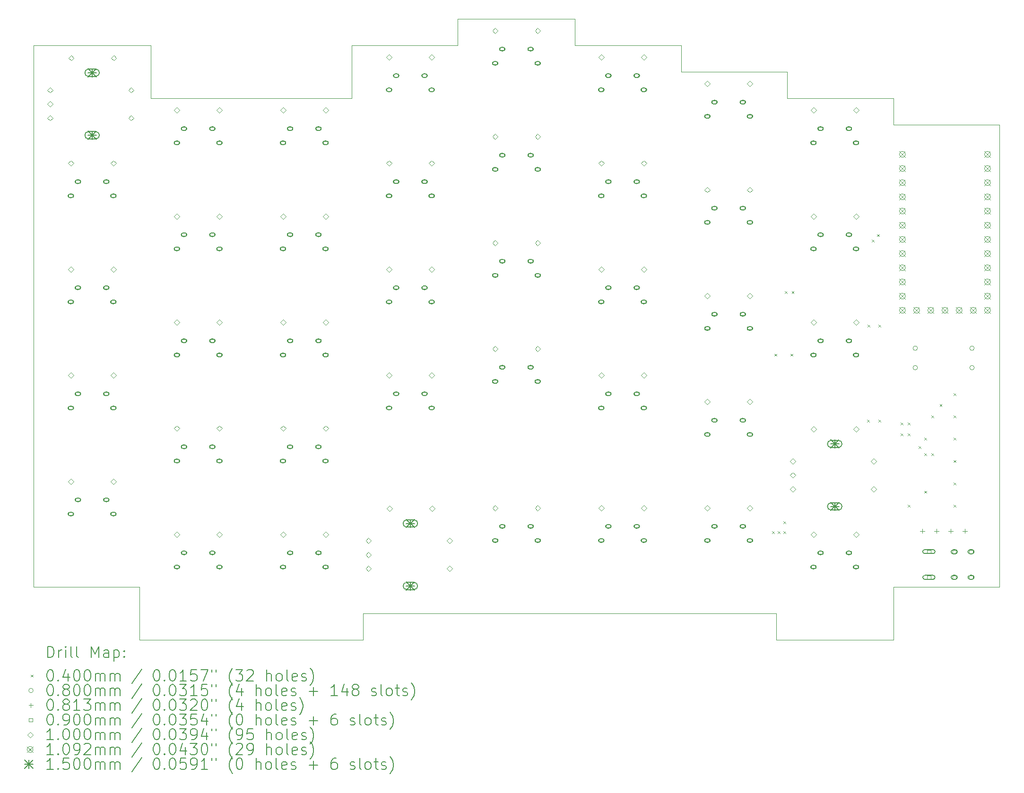
<source format=gbr>
%FSLAX45Y45*%
G04 Gerber Fmt 4.5, Leading zero omitted, Abs format (unit mm)*
G04 Created by KiCad (PCBNEW (6.0.4-0)) date 2022-03-31 21:48:40*
%MOMM*%
%LPD*%
G01*
G04 APERTURE LIST*
%TA.AperFunction,Profile*%
%ADD10C,0.100000*%
%TD*%
%ADD11C,0.200000*%
%ADD12C,0.040000*%
%ADD13C,0.080000*%
%ADD14C,0.081280*%
%ADD15C,0.090000*%
%ADD16C,0.100000*%
%ADD17C,0.109220*%
%ADD18C,0.150000*%
G04 APERTURE END LIST*
D10*
X13950000Y-3375000D02*
X16050000Y-3375000D01*
X19650000Y-14025000D02*
X12250000Y-14025000D01*
X8250000Y-14500000D02*
X8250000Y-13550000D01*
X8450000Y-4800000D02*
X12050000Y-4800000D01*
X6350000Y-3850000D02*
X8450000Y-3850000D01*
X12250000Y-14025000D02*
X12250000Y-14500000D01*
X21750000Y-14500000D02*
X19650000Y-14500000D01*
X23650000Y-5275000D02*
X23650000Y-13550000D01*
X21750000Y-13550000D02*
X21750000Y-14500000D01*
X23650000Y-13550000D02*
X21750000Y-13550000D01*
X21725000Y-4800000D02*
X21750000Y-4800000D01*
X21750000Y-5275000D02*
X23650000Y-5275000D01*
X6350000Y-13550000D02*
X6350000Y-3850000D01*
X16050000Y-3375000D02*
X16050000Y-3850000D01*
X19850000Y-4800000D02*
X21725000Y-4800000D01*
X12050000Y-3850000D02*
X13950000Y-3850000D01*
X16050000Y-3850000D02*
X17950000Y-3850000D01*
X12050000Y-4800000D02*
X12050000Y-3850000D01*
X19850000Y-4325000D02*
X19850000Y-4800000D01*
X21750000Y-4800000D02*
X21750000Y-5275000D01*
X19650000Y-14500000D02*
X19650000Y-14025000D01*
X17950000Y-4325000D02*
X19850000Y-4325000D01*
X8250000Y-13550000D02*
X6350000Y-13550000D01*
X17950000Y-3850000D02*
X17950000Y-4325000D01*
X8450000Y-3850000D02*
X8450000Y-4800000D01*
X13950000Y-3850000D02*
X13950000Y-3375000D01*
X12250000Y-14500000D02*
X8250000Y-14500000D01*
D11*
D12*
X19580050Y-12555000D02*
X19620050Y-12595000D01*
X19620050Y-12555000D02*
X19580050Y-12595000D01*
X19622694Y-9376000D02*
X19662694Y-9416000D01*
X19662694Y-9376000D02*
X19622694Y-9416000D01*
X19680000Y-12555000D02*
X19720000Y-12595000D01*
X19720000Y-12555000D02*
X19680000Y-12595000D01*
X19780000Y-12380000D02*
X19820000Y-12420000D01*
X19820000Y-12380000D02*
X19780000Y-12420000D01*
X19780000Y-12555000D02*
X19820000Y-12595000D01*
X19820000Y-12555000D02*
X19780000Y-12595000D01*
X19805000Y-8255000D02*
X19845000Y-8295000D01*
X19845000Y-8255000D02*
X19805000Y-8295000D01*
X19909000Y-9376000D02*
X19949000Y-9416000D01*
X19949000Y-9376000D02*
X19909000Y-9416000D01*
X19930000Y-8255000D02*
X19970000Y-8295000D01*
X19970000Y-8255000D02*
X19930000Y-8295000D01*
X21280000Y-10555000D02*
X21320000Y-10595000D01*
X21320000Y-10555000D02*
X21280000Y-10595000D01*
X21290147Y-8855000D02*
X21330147Y-8895000D01*
X21330147Y-8855000D02*
X21290147Y-8895000D01*
X21362597Y-7330000D02*
X21402597Y-7370000D01*
X21402597Y-7330000D02*
X21362597Y-7370000D01*
X21455000Y-7232550D02*
X21495000Y-7272550D01*
X21495000Y-7232550D02*
X21455000Y-7272550D01*
X21480000Y-8855000D02*
X21520000Y-8895000D01*
X21520000Y-8855000D02*
X21480000Y-8895000D01*
X21480000Y-10555000D02*
X21520000Y-10595000D01*
X21520000Y-10555000D02*
X21480000Y-10595000D01*
X21880000Y-10605000D02*
X21920000Y-10645000D01*
X21920000Y-10605000D02*
X21880000Y-10645000D01*
X21880000Y-10805000D02*
X21920000Y-10845000D01*
X21920000Y-10805000D02*
X21880000Y-10845000D01*
X22005000Y-10605000D02*
X22045000Y-10645000D01*
X22045000Y-10605000D02*
X22005000Y-10645000D01*
X22005000Y-10805000D02*
X22045000Y-10845000D01*
X22045000Y-10805000D02*
X22005000Y-10845000D01*
X22005000Y-12080000D02*
X22045000Y-12120000D01*
X22045000Y-12080000D02*
X22005000Y-12120000D01*
X22205000Y-11030000D02*
X22245000Y-11070000D01*
X22245000Y-11030000D02*
X22205000Y-11070000D01*
X22305000Y-11155000D02*
X22345000Y-11195000D01*
X22345000Y-11155000D02*
X22305000Y-11195000D01*
X22305000Y-11830000D02*
X22345000Y-11870000D01*
X22345000Y-11830000D02*
X22305000Y-11870000D01*
X22306230Y-10878770D02*
X22346230Y-10918770D01*
X22346230Y-10878770D02*
X22306230Y-10918770D01*
X22430000Y-10480000D02*
X22470000Y-10520000D01*
X22470000Y-10480000D02*
X22430000Y-10520000D01*
X22430000Y-11155000D02*
X22470000Y-11195000D01*
X22470000Y-11155000D02*
X22430000Y-11195000D01*
X22580000Y-10280000D02*
X22620000Y-10320000D01*
X22620000Y-10280000D02*
X22580000Y-10320000D01*
X22830000Y-10080000D02*
X22870000Y-10120000D01*
X22870000Y-10080000D02*
X22830000Y-10120000D01*
X22830000Y-10480000D02*
X22870000Y-10520000D01*
X22870000Y-10480000D02*
X22830000Y-10520000D01*
X22830000Y-10880000D02*
X22870000Y-10920000D01*
X22870000Y-10880000D02*
X22830000Y-10920000D01*
X22830000Y-11280000D02*
X22870000Y-11320000D01*
X22870000Y-11280000D02*
X22830000Y-11320000D01*
X22830000Y-11680000D02*
X22870000Y-11720000D01*
X22870000Y-11680000D02*
X22830000Y-11720000D01*
X22830000Y-12080000D02*
X22870000Y-12120000D01*
X22870000Y-12080000D02*
X22830000Y-12120000D01*
D13*
X7059000Y-6546000D02*
G75*
G03*
X7059000Y-6546000I-40000J0D01*
G01*
D11*
X6999000Y-6576000D02*
X7039000Y-6576000D01*
X6999000Y-6516000D02*
X7039000Y-6516000D01*
X7039000Y-6576000D02*
G75*
G03*
X7039000Y-6516000I0J30000D01*
G01*
X6999000Y-6516000D02*
G75*
G03*
X6999000Y-6576000I0J-30000D01*
G01*
D13*
X7059000Y-8446000D02*
G75*
G03*
X7059000Y-8446000I-40000J0D01*
G01*
D11*
X6999000Y-8476000D02*
X7039000Y-8476000D01*
X6999000Y-8416000D02*
X7039000Y-8416000D01*
X7039000Y-8476000D02*
G75*
G03*
X7039000Y-8416000I0J30000D01*
G01*
X6999000Y-8416000D02*
G75*
G03*
X6999000Y-8476000I0J-30000D01*
G01*
D13*
X7059000Y-10346000D02*
G75*
G03*
X7059000Y-10346000I-40000J0D01*
G01*
D11*
X6999000Y-10376000D02*
X7039000Y-10376000D01*
X6999000Y-10316000D02*
X7039000Y-10316000D01*
X7039000Y-10376000D02*
G75*
G03*
X7039000Y-10316000I0J30000D01*
G01*
X6999000Y-10316000D02*
G75*
G03*
X6999000Y-10376000I0J-30000D01*
G01*
D13*
X7059000Y-12246000D02*
G75*
G03*
X7059000Y-12246000I-40000J0D01*
G01*
D11*
X6999000Y-12276000D02*
X7039000Y-12276000D01*
X6999000Y-12216000D02*
X7039000Y-12216000D01*
X7039000Y-12276000D02*
G75*
G03*
X7039000Y-12216000I0J30000D01*
G01*
X6999000Y-12216000D02*
G75*
G03*
X6999000Y-12276000I0J-30000D01*
G01*
D13*
X7186000Y-6292000D02*
G75*
G03*
X7186000Y-6292000I-40000J0D01*
G01*
D11*
X7126000Y-6322000D02*
X7166000Y-6322000D01*
X7126000Y-6262000D02*
X7166000Y-6262000D01*
X7166000Y-6322000D02*
G75*
G03*
X7166000Y-6262000I0J30000D01*
G01*
X7126000Y-6262000D02*
G75*
G03*
X7126000Y-6322000I0J-30000D01*
G01*
D13*
X7186000Y-8192000D02*
G75*
G03*
X7186000Y-8192000I-40000J0D01*
G01*
D11*
X7126000Y-8222000D02*
X7166000Y-8222000D01*
X7126000Y-8162000D02*
X7166000Y-8162000D01*
X7166000Y-8222000D02*
G75*
G03*
X7166000Y-8162000I0J30000D01*
G01*
X7126000Y-8162000D02*
G75*
G03*
X7126000Y-8222000I0J-30000D01*
G01*
D13*
X7186000Y-10092000D02*
G75*
G03*
X7186000Y-10092000I-40000J0D01*
G01*
D11*
X7126000Y-10122000D02*
X7166000Y-10122000D01*
X7126000Y-10062000D02*
X7166000Y-10062000D01*
X7166000Y-10122000D02*
G75*
G03*
X7166000Y-10062000I0J30000D01*
G01*
X7126000Y-10062000D02*
G75*
G03*
X7126000Y-10122000I0J-30000D01*
G01*
D13*
X7186000Y-11992000D02*
G75*
G03*
X7186000Y-11992000I-40000J0D01*
G01*
D11*
X7126000Y-12022000D02*
X7166000Y-12022000D01*
X7126000Y-11962000D02*
X7166000Y-11962000D01*
X7166000Y-12022000D02*
G75*
G03*
X7166000Y-11962000I0J30000D01*
G01*
X7126000Y-11962000D02*
G75*
G03*
X7126000Y-12022000I0J-30000D01*
G01*
D13*
X7694000Y-6292000D02*
G75*
G03*
X7694000Y-6292000I-40000J0D01*
G01*
D11*
X7634000Y-6322000D02*
X7674000Y-6322000D01*
X7634000Y-6262000D02*
X7674000Y-6262000D01*
X7674000Y-6322000D02*
G75*
G03*
X7674000Y-6262000I0J30000D01*
G01*
X7634000Y-6262000D02*
G75*
G03*
X7634000Y-6322000I0J-30000D01*
G01*
D13*
X7694000Y-8192000D02*
G75*
G03*
X7694000Y-8192000I-40000J0D01*
G01*
D11*
X7634000Y-8222000D02*
X7674000Y-8222000D01*
X7634000Y-8162000D02*
X7674000Y-8162000D01*
X7674000Y-8222000D02*
G75*
G03*
X7674000Y-8162000I0J30000D01*
G01*
X7634000Y-8162000D02*
G75*
G03*
X7634000Y-8222000I0J-30000D01*
G01*
D13*
X7694000Y-10092000D02*
G75*
G03*
X7694000Y-10092000I-40000J0D01*
G01*
D11*
X7634000Y-10122000D02*
X7674000Y-10122000D01*
X7634000Y-10062000D02*
X7674000Y-10062000D01*
X7674000Y-10122000D02*
G75*
G03*
X7674000Y-10062000I0J30000D01*
G01*
X7634000Y-10062000D02*
G75*
G03*
X7634000Y-10122000I0J-30000D01*
G01*
D13*
X7694000Y-11992000D02*
G75*
G03*
X7694000Y-11992000I-40000J0D01*
G01*
D11*
X7634000Y-12022000D02*
X7674000Y-12022000D01*
X7634000Y-11962000D02*
X7674000Y-11962000D01*
X7674000Y-12022000D02*
G75*
G03*
X7674000Y-11962000I0J30000D01*
G01*
X7634000Y-11962000D02*
G75*
G03*
X7634000Y-12022000I0J-30000D01*
G01*
D13*
X7821000Y-6546000D02*
G75*
G03*
X7821000Y-6546000I-40000J0D01*
G01*
D11*
X7761000Y-6576000D02*
X7801000Y-6576000D01*
X7761000Y-6516000D02*
X7801000Y-6516000D01*
X7801000Y-6576000D02*
G75*
G03*
X7801000Y-6516000I0J30000D01*
G01*
X7761000Y-6516000D02*
G75*
G03*
X7761000Y-6576000I0J-30000D01*
G01*
D13*
X7821000Y-8446000D02*
G75*
G03*
X7821000Y-8446000I-40000J0D01*
G01*
D11*
X7761000Y-8476000D02*
X7801000Y-8476000D01*
X7761000Y-8416000D02*
X7801000Y-8416000D01*
X7801000Y-8476000D02*
G75*
G03*
X7801000Y-8416000I0J30000D01*
G01*
X7761000Y-8416000D02*
G75*
G03*
X7761000Y-8476000I0J-30000D01*
G01*
D13*
X7821000Y-10346000D02*
G75*
G03*
X7821000Y-10346000I-40000J0D01*
G01*
D11*
X7761000Y-10376000D02*
X7801000Y-10376000D01*
X7761000Y-10316000D02*
X7801000Y-10316000D01*
X7801000Y-10376000D02*
G75*
G03*
X7801000Y-10316000I0J30000D01*
G01*
X7761000Y-10316000D02*
G75*
G03*
X7761000Y-10376000I0J-30000D01*
G01*
D13*
X7821000Y-12246000D02*
G75*
G03*
X7821000Y-12246000I-40000J0D01*
G01*
D11*
X7761000Y-12276000D02*
X7801000Y-12276000D01*
X7761000Y-12216000D02*
X7801000Y-12216000D01*
X7801000Y-12276000D02*
G75*
G03*
X7801000Y-12216000I0J30000D01*
G01*
X7761000Y-12216000D02*
G75*
G03*
X7761000Y-12276000I0J-30000D01*
G01*
D13*
X8959000Y-5596000D02*
G75*
G03*
X8959000Y-5596000I-40000J0D01*
G01*
D11*
X8899000Y-5626000D02*
X8939000Y-5626000D01*
X8899000Y-5566000D02*
X8939000Y-5566000D01*
X8939000Y-5626000D02*
G75*
G03*
X8939000Y-5566000I0J30000D01*
G01*
X8899000Y-5566000D02*
G75*
G03*
X8899000Y-5626000I0J-30000D01*
G01*
D13*
X8959000Y-7496000D02*
G75*
G03*
X8959000Y-7496000I-40000J0D01*
G01*
D11*
X8899000Y-7526000D02*
X8939000Y-7526000D01*
X8899000Y-7466000D02*
X8939000Y-7466000D01*
X8939000Y-7526000D02*
G75*
G03*
X8939000Y-7466000I0J30000D01*
G01*
X8899000Y-7466000D02*
G75*
G03*
X8899000Y-7526000I0J-30000D01*
G01*
D13*
X8959000Y-9396000D02*
G75*
G03*
X8959000Y-9396000I-40000J0D01*
G01*
D11*
X8899000Y-9426000D02*
X8939000Y-9426000D01*
X8899000Y-9366000D02*
X8939000Y-9366000D01*
X8939000Y-9426000D02*
G75*
G03*
X8939000Y-9366000I0J30000D01*
G01*
X8899000Y-9366000D02*
G75*
G03*
X8899000Y-9426000I0J-30000D01*
G01*
D13*
X8959000Y-11296000D02*
G75*
G03*
X8959000Y-11296000I-40000J0D01*
G01*
D11*
X8899000Y-11326000D02*
X8939000Y-11326000D01*
X8899000Y-11266000D02*
X8939000Y-11266000D01*
X8939000Y-11326000D02*
G75*
G03*
X8939000Y-11266000I0J30000D01*
G01*
X8899000Y-11266000D02*
G75*
G03*
X8899000Y-11326000I0J-30000D01*
G01*
D13*
X8959000Y-13196000D02*
G75*
G03*
X8959000Y-13196000I-40000J0D01*
G01*
D11*
X8899000Y-13226000D02*
X8939000Y-13226000D01*
X8899000Y-13166000D02*
X8939000Y-13166000D01*
X8939000Y-13226000D02*
G75*
G03*
X8939000Y-13166000I0J30000D01*
G01*
X8899000Y-13166000D02*
G75*
G03*
X8899000Y-13226000I0J-30000D01*
G01*
D13*
X9086000Y-5342000D02*
G75*
G03*
X9086000Y-5342000I-40000J0D01*
G01*
D11*
X9026000Y-5372000D02*
X9066000Y-5372000D01*
X9026000Y-5312000D02*
X9066000Y-5312000D01*
X9066000Y-5372000D02*
G75*
G03*
X9066000Y-5312000I0J30000D01*
G01*
X9026000Y-5312000D02*
G75*
G03*
X9026000Y-5372000I0J-30000D01*
G01*
D13*
X9086000Y-7242000D02*
G75*
G03*
X9086000Y-7242000I-40000J0D01*
G01*
D11*
X9026000Y-7272000D02*
X9066000Y-7272000D01*
X9026000Y-7212000D02*
X9066000Y-7212000D01*
X9066000Y-7272000D02*
G75*
G03*
X9066000Y-7212000I0J30000D01*
G01*
X9026000Y-7212000D02*
G75*
G03*
X9026000Y-7272000I0J-30000D01*
G01*
D13*
X9086000Y-9142000D02*
G75*
G03*
X9086000Y-9142000I-40000J0D01*
G01*
D11*
X9026000Y-9172000D02*
X9066000Y-9172000D01*
X9026000Y-9112000D02*
X9066000Y-9112000D01*
X9066000Y-9172000D02*
G75*
G03*
X9066000Y-9112000I0J30000D01*
G01*
X9026000Y-9112000D02*
G75*
G03*
X9026000Y-9172000I0J-30000D01*
G01*
D13*
X9086000Y-11042000D02*
G75*
G03*
X9086000Y-11042000I-40000J0D01*
G01*
D11*
X9026000Y-11072000D02*
X9066000Y-11072000D01*
X9026000Y-11012000D02*
X9066000Y-11012000D01*
X9066000Y-11072000D02*
G75*
G03*
X9066000Y-11012000I0J30000D01*
G01*
X9026000Y-11012000D02*
G75*
G03*
X9026000Y-11072000I0J-30000D01*
G01*
D13*
X9086000Y-12942000D02*
G75*
G03*
X9086000Y-12942000I-40000J0D01*
G01*
D11*
X9026000Y-12972000D02*
X9066000Y-12972000D01*
X9026000Y-12912000D02*
X9066000Y-12912000D01*
X9066000Y-12972000D02*
G75*
G03*
X9066000Y-12912000I0J30000D01*
G01*
X9026000Y-12912000D02*
G75*
G03*
X9026000Y-12972000I0J-30000D01*
G01*
D13*
X9594000Y-5342000D02*
G75*
G03*
X9594000Y-5342000I-40000J0D01*
G01*
D11*
X9534000Y-5372000D02*
X9574000Y-5372000D01*
X9534000Y-5312000D02*
X9574000Y-5312000D01*
X9574000Y-5372000D02*
G75*
G03*
X9574000Y-5312000I0J30000D01*
G01*
X9534000Y-5312000D02*
G75*
G03*
X9534000Y-5372000I0J-30000D01*
G01*
D13*
X9594000Y-7242000D02*
G75*
G03*
X9594000Y-7242000I-40000J0D01*
G01*
D11*
X9534000Y-7272000D02*
X9574000Y-7272000D01*
X9534000Y-7212000D02*
X9574000Y-7212000D01*
X9574000Y-7272000D02*
G75*
G03*
X9574000Y-7212000I0J30000D01*
G01*
X9534000Y-7212000D02*
G75*
G03*
X9534000Y-7272000I0J-30000D01*
G01*
D13*
X9594000Y-9142000D02*
G75*
G03*
X9594000Y-9142000I-40000J0D01*
G01*
D11*
X9534000Y-9172000D02*
X9574000Y-9172000D01*
X9534000Y-9112000D02*
X9574000Y-9112000D01*
X9574000Y-9172000D02*
G75*
G03*
X9574000Y-9112000I0J30000D01*
G01*
X9534000Y-9112000D02*
G75*
G03*
X9534000Y-9172000I0J-30000D01*
G01*
D13*
X9594000Y-11042000D02*
G75*
G03*
X9594000Y-11042000I-40000J0D01*
G01*
D11*
X9534000Y-11072000D02*
X9574000Y-11072000D01*
X9534000Y-11012000D02*
X9574000Y-11012000D01*
X9574000Y-11072000D02*
G75*
G03*
X9574000Y-11012000I0J30000D01*
G01*
X9534000Y-11012000D02*
G75*
G03*
X9534000Y-11072000I0J-30000D01*
G01*
D13*
X9594000Y-12942000D02*
G75*
G03*
X9594000Y-12942000I-40000J0D01*
G01*
D11*
X9534000Y-12972000D02*
X9574000Y-12972000D01*
X9534000Y-12912000D02*
X9574000Y-12912000D01*
X9574000Y-12972000D02*
G75*
G03*
X9574000Y-12912000I0J30000D01*
G01*
X9534000Y-12912000D02*
G75*
G03*
X9534000Y-12972000I0J-30000D01*
G01*
D13*
X9721000Y-5596000D02*
G75*
G03*
X9721000Y-5596000I-40000J0D01*
G01*
D11*
X9661000Y-5626000D02*
X9701000Y-5626000D01*
X9661000Y-5566000D02*
X9701000Y-5566000D01*
X9701000Y-5626000D02*
G75*
G03*
X9701000Y-5566000I0J30000D01*
G01*
X9661000Y-5566000D02*
G75*
G03*
X9661000Y-5626000I0J-30000D01*
G01*
D13*
X9721000Y-7496000D02*
G75*
G03*
X9721000Y-7496000I-40000J0D01*
G01*
D11*
X9661000Y-7526000D02*
X9701000Y-7526000D01*
X9661000Y-7466000D02*
X9701000Y-7466000D01*
X9701000Y-7526000D02*
G75*
G03*
X9701000Y-7466000I0J30000D01*
G01*
X9661000Y-7466000D02*
G75*
G03*
X9661000Y-7526000I0J-30000D01*
G01*
D13*
X9721000Y-9396000D02*
G75*
G03*
X9721000Y-9396000I-40000J0D01*
G01*
D11*
X9661000Y-9426000D02*
X9701000Y-9426000D01*
X9661000Y-9366000D02*
X9701000Y-9366000D01*
X9701000Y-9426000D02*
G75*
G03*
X9701000Y-9366000I0J30000D01*
G01*
X9661000Y-9366000D02*
G75*
G03*
X9661000Y-9426000I0J-30000D01*
G01*
D13*
X9721000Y-11296000D02*
G75*
G03*
X9721000Y-11296000I-40000J0D01*
G01*
D11*
X9661000Y-11326000D02*
X9701000Y-11326000D01*
X9661000Y-11266000D02*
X9701000Y-11266000D01*
X9701000Y-11326000D02*
G75*
G03*
X9701000Y-11266000I0J30000D01*
G01*
X9661000Y-11266000D02*
G75*
G03*
X9661000Y-11326000I0J-30000D01*
G01*
D13*
X9721000Y-13196000D02*
G75*
G03*
X9721000Y-13196000I-40000J0D01*
G01*
D11*
X9661000Y-13226000D02*
X9701000Y-13226000D01*
X9661000Y-13166000D02*
X9701000Y-13166000D01*
X9701000Y-13226000D02*
G75*
G03*
X9701000Y-13166000I0J30000D01*
G01*
X9661000Y-13166000D02*
G75*
G03*
X9661000Y-13226000I0J-30000D01*
G01*
D13*
X10859000Y-5596000D02*
G75*
G03*
X10859000Y-5596000I-40000J0D01*
G01*
D11*
X10799000Y-5626000D02*
X10839000Y-5626000D01*
X10799000Y-5566000D02*
X10839000Y-5566000D01*
X10839000Y-5626000D02*
G75*
G03*
X10839000Y-5566000I0J30000D01*
G01*
X10799000Y-5566000D02*
G75*
G03*
X10799000Y-5626000I0J-30000D01*
G01*
D13*
X10859000Y-7496000D02*
G75*
G03*
X10859000Y-7496000I-40000J0D01*
G01*
D11*
X10799000Y-7526000D02*
X10839000Y-7526000D01*
X10799000Y-7466000D02*
X10839000Y-7466000D01*
X10839000Y-7526000D02*
G75*
G03*
X10839000Y-7466000I0J30000D01*
G01*
X10799000Y-7466000D02*
G75*
G03*
X10799000Y-7526000I0J-30000D01*
G01*
D13*
X10859000Y-9396000D02*
G75*
G03*
X10859000Y-9396000I-40000J0D01*
G01*
D11*
X10799000Y-9426000D02*
X10839000Y-9426000D01*
X10799000Y-9366000D02*
X10839000Y-9366000D01*
X10839000Y-9426000D02*
G75*
G03*
X10839000Y-9366000I0J30000D01*
G01*
X10799000Y-9366000D02*
G75*
G03*
X10799000Y-9426000I0J-30000D01*
G01*
D13*
X10859000Y-11296000D02*
G75*
G03*
X10859000Y-11296000I-40000J0D01*
G01*
D11*
X10799000Y-11326000D02*
X10839000Y-11326000D01*
X10799000Y-11266000D02*
X10839000Y-11266000D01*
X10839000Y-11326000D02*
G75*
G03*
X10839000Y-11266000I0J30000D01*
G01*
X10799000Y-11266000D02*
G75*
G03*
X10799000Y-11326000I0J-30000D01*
G01*
D13*
X10859000Y-13196000D02*
G75*
G03*
X10859000Y-13196000I-40000J0D01*
G01*
D11*
X10799000Y-13226000D02*
X10839000Y-13226000D01*
X10799000Y-13166000D02*
X10839000Y-13166000D01*
X10839000Y-13226000D02*
G75*
G03*
X10839000Y-13166000I0J30000D01*
G01*
X10799000Y-13166000D02*
G75*
G03*
X10799000Y-13226000I0J-30000D01*
G01*
D13*
X10986000Y-5342000D02*
G75*
G03*
X10986000Y-5342000I-40000J0D01*
G01*
D11*
X10926000Y-5372000D02*
X10966000Y-5372000D01*
X10926000Y-5312000D02*
X10966000Y-5312000D01*
X10966000Y-5372000D02*
G75*
G03*
X10966000Y-5312000I0J30000D01*
G01*
X10926000Y-5312000D02*
G75*
G03*
X10926000Y-5372000I0J-30000D01*
G01*
D13*
X10986000Y-7242000D02*
G75*
G03*
X10986000Y-7242000I-40000J0D01*
G01*
D11*
X10926000Y-7272000D02*
X10966000Y-7272000D01*
X10926000Y-7212000D02*
X10966000Y-7212000D01*
X10966000Y-7272000D02*
G75*
G03*
X10966000Y-7212000I0J30000D01*
G01*
X10926000Y-7212000D02*
G75*
G03*
X10926000Y-7272000I0J-30000D01*
G01*
D13*
X10986000Y-9142000D02*
G75*
G03*
X10986000Y-9142000I-40000J0D01*
G01*
D11*
X10926000Y-9172000D02*
X10966000Y-9172000D01*
X10926000Y-9112000D02*
X10966000Y-9112000D01*
X10966000Y-9172000D02*
G75*
G03*
X10966000Y-9112000I0J30000D01*
G01*
X10926000Y-9112000D02*
G75*
G03*
X10926000Y-9172000I0J-30000D01*
G01*
D13*
X10986000Y-11042000D02*
G75*
G03*
X10986000Y-11042000I-40000J0D01*
G01*
D11*
X10926000Y-11072000D02*
X10966000Y-11072000D01*
X10926000Y-11012000D02*
X10966000Y-11012000D01*
X10966000Y-11072000D02*
G75*
G03*
X10966000Y-11012000I0J30000D01*
G01*
X10926000Y-11012000D02*
G75*
G03*
X10926000Y-11072000I0J-30000D01*
G01*
D13*
X10986000Y-12942000D02*
G75*
G03*
X10986000Y-12942000I-40000J0D01*
G01*
D11*
X10926000Y-12972000D02*
X10966000Y-12972000D01*
X10926000Y-12912000D02*
X10966000Y-12912000D01*
X10966000Y-12972000D02*
G75*
G03*
X10966000Y-12912000I0J30000D01*
G01*
X10926000Y-12912000D02*
G75*
G03*
X10926000Y-12972000I0J-30000D01*
G01*
D13*
X11494000Y-5342000D02*
G75*
G03*
X11494000Y-5342000I-40000J0D01*
G01*
D11*
X11434000Y-5372000D02*
X11474000Y-5372000D01*
X11434000Y-5312000D02*
X11474000Y-5312000D01*
X11474000Y-5372000D02*
G75*
G03*
X11474000Y-5312000I0J30000D01*
G01*
X11434000Y-5312000D02*
G75*
G03*
X11434000Y-5372000I0J-30000D01*
G01*
D13*
X11494000Y-7242000D02*
G75*
G03*
X11494000Y-7242000I-40000J0D01*
G01*
D11*
X11434000Y-7272000D02*
X11474000Y-7272000D01*
X11434000Y-7212000D02*
X11474000Y-7212000D01*
X11474000Y-7272000D02*
G75*
G03*
X11474000Y-7212000I0J30000D01*
G01*
X11434000Y-7212000D02*
G75*
G03*
X11434000Y-7272000I0J-30000D01*
G01*
D13*
X11494000Y-9142000D02*
G75*
G03*
X11494000Y-9142000I-40000J0D01*
G01*
D11*
X11434000Y-9172000D02*
X11474000Y-9172000D01*
X11434000Y-9112000D02*
X11474000Y-9112000D01*
X11474000Y-9172000D02*
G75*
G03*
X11474000Y-9112000I0J30000D01*
G01*
X11434000Y-9112000D02*
G75*
G03*
X11434000Y-9172000I0J-30000D01*
G01*
D13*
X11494000Y-11042000D02*
G75*
G03*
X11494000Y-11042000I-40000J0D01*
G01*
D11*
X11434000Y-11072000D02*
X11474000Y-11072000D01*
X11434000Y-11012000D02*
X11474000Y-11012000D01*
X11474000Y-11072000D02*
G75*
G03*
X11474000Y-11012000I0J30000D01*
G01*
X11434000Y-11012000D02*
G75*
G03*
X11434000Y-11072000I0J-30000D01*
G01*
D13*
X11494000Y-12942000D02*
G75*
G03*
X11494000Y-12942000I-40000J0D01*
G01*
D11*
X11434000Y-12972000D02*
X11474000Y-12972000D01*
X11434000Y-12912000D02*
X11474000Y-12912000D01*
X11474000Y-12972000D02*
G75*
G03*
X11474000Y-12912000I0J30000D01*
G01*
X11434000Y-12912000D02*
G75*
G03*
X11434000Y-12972000I0J-30000D01*
G01*
D13*
X11621000Y-5596000D02*
G75*
G03*
X11621000Y-5596000I-40000J0D01*
G01*
D11*
X11561000Y-5626000D02*
X11601000Y-5626000D01*
X11561000Y-5566000D02*
X11601000Y-5566000D01*
X11601000Y-5626000D02*
G75*
G03*
X11601000Y-5566000I0J30000D01*
G01*
X11561000Y-5566000D02*
G75*
G03*
X11561000Y-5626000I0J-30000D01*
G01*
D13*
X11621000Y-7496000D02*
G75*
G03*
X11621000Y-7496000I-40000J0D01*
G01*
D11*
X11561000Y-7526000D02*
X11601000Y-7526000D01*
X11561000Y-7466000D02*
X11601000Y-7466000D01*
X11601000Y-7526000D02*
G75*
G03*
X11601000Y-7466000I0J30000D01*
G01*
X11561000Y-7466000D02*
G75*
G03*
X11561000Y-7526000I0J-30000D01*
G01*
D13*
X11621000Y-9396000D02*
G75*
G03*
X11621000Y-9396000I-40000J0D01*
G01*
D11*
X11561000Y-9426000D02*
X11601000Y-9426000D01*
X11561000Y-9366000D02*
X11601000Y-9366000D01*
X11601000Y-9426000D02*
G75*
G03*
X11601000Y-9366000I0J30000D01*
G01*
X11561000Y-9366000D02*
G75*
G03*
X11561000Y-9426000I0J-30000D01*
G01*
D13*
X11621000Y-11296000D02*
G75*
G03*
X11621000Y-11296000I-40000J0D01*
G01*
D11*
X11561000Y-11326000D02*
X11601000Y-11326000D01*
X11561000Y-11266000D02*
X11601000Y-11266000D01*
X11601000Y-11326000D02*
G75*
G03*
X11601000Y-11266000I0J30000D01*
G01*
X11561000Y-11266000D02*
G75*
G03*
X11561000Y-11326000I0J-30000D01*
G01*
D13*
X11621000Y-13196000D02*
G75*
G03*
X11621000Y-13196000I-40000J0D01*
G01*
D11*
X11561000Y-13226000D02*
X11601000Y-13226000D01*
X11561000Y-13166000D02*
X11601000Y-13166000D01*
X11601000Y-13226000D02*
G75*
G03*
X11601000Y-13166000I0J30000D01*
G01*
X11561000Y-13166000D02*
G75*
G03*
X11561000Y-13226000I0J-30000D01*
G01*
D13*
X12759000Y-4646000D02*
G75*
G03*
X12759000Y-4646000I-40000J0D01*
G01*
D11*
X12699000Y-4676000D02*
X12739000Y-4676000D01*
X12699000Y-4616000D02*
X12739000Y-4616000D01*
X12739000Y-4676000D02*
G75*
G03*
X12739000Y-4616000I0J30000D01*
G01*
X12699000Y-4616000D02*
G75*
G03*
X12699000Y-4676000I0J-30000D01*
G01*
D13*
X12759000Y-6546000D02*
G75*
G03*
X12759000Y-6546000I-40000J0D01*
G01*
D11*
X12699000Y-6576000D02*
X12739000Y-6576000D01*
X12699000Y-6516000D02*
X12739000Y-6516000D01*
X12739000Y-6576000D02*
G75*
G03*
X12739000Y-6516000I0J30000D01*
G01*
X12699000Y-6516000D02*
G75*
G03*
X12699000Y-6576000I0J-30000D01*
G01*
D13*
X12759000Y-8446000D02*
G75*
G03*
X12759000Y-8446000I-40000J0D01*
G01*
D11*
X12699000Y-8476000D02*
X12739000Y-8476000D01*
X12699000Y-8416000D02*
X12739000Y-8416000D01*
X12739000Y-8476000D02*
G75*
G03*
X12739000Y-8416000I0J30000D01*
G01*
X12699000Y-8416000D02*
G75*
G03*
X12699000Y-8476000I0J-30000D01*
G01*
D13*
X12759000Y-10346000D02*
G75*
G03*
X12759000Y-10346000I-40000J0D01*
G01*
D11*
X12699000Y-10376000D02*
X12739000Y-10376000D01*
X12699000Y-10316000D02*
X12739000Y-10316000D01*
X12739000Y-10376000D02*
G75*
G03*
X12739000Y-10316000I0J30000D01*
G01*
X12699000Y-10316000D02*
G75*
G03*
X12699000Y-10376000I0J-30000D01*
G01*
D13*
X12886000Y-4392000D02*
G75*
G03*
X12886000Y-4392000I-40000J0D01*
G01*
D11*
X12826000Y-4422000D02*
X12866000Y-4422000D01*
X12826000Y-4362000D02*
X12866000Y-4362000D01*
X12866000Y-4422000D02*
G75*
G03*
X12866000Y-4362000I0J30000D01*
G01*
X12826000Y-4362000D02*
G75*
G03*
X12826000Y-4422000I0J-30000D01*
G01*
D13*
X12886000Y-6292000D02*
G75*
G03*
X12886000Y-6292000I-40000J0D01*
G01*
D11*
X12826000Y-6322000D02*
X12866000Y-6322000D01*
X12826000Y-6262000D02*
X12866000Y-6262000D01*
X12866000Y-6322000D02*
G75*
G03*
X12866000Y-6262000I0J30000D01*
G01*
X12826000Y-6262000D02*
G75*
G03*
X12826000Y-6322000I0J-30000D01*
G01*
D13*
X12886000Y-8192000D02*
G75*
G03*
X12886000Y-8192000I-40000J0D01*
G01*
D11*
X12826000Y-8222000D02*
X12866000Y-8222000D01*
X12826000Y-8162000D02*
X12866000Y-8162000D01*
X12866000Y-8222000D02*
G75*
G03*
X12866000Y-8162000I0J30000D01*
G01*
X12826000Y-8162000D02*
G75*
G03*
X12826000Y-8222000I0J-30000D01*
G01*
D13*
X12886000Y-10092000D02*
G75*
G03*
X12886000Y-10092000I-40000J0D01*
G01*
D11*
X12826000Y-10122000D02*
X12866000Y-10122000D01*
X12826000Y-10062000D02*
X12866000Y-10062000D01*
X12866000Y-10122000D02*
G75*
G03*
X12866000Y-10062000I0J30000D01*
G01*
X12826000Y-10062000D02*
G75*
G03*
X12826000Y-10122000I0J-30000D01*
G01*
D13*
X13394000Y-4392000D02*
G75*
G03*
X13394000Y-4392000I-40000J0D01*
G01*
D11*
X13334000Y-4422000D02*
X13374000Y-4422000D01*
X13334000Y-4362000D02*
X13374000Y-4362000D01*
X13374000Y-4422000D02*
G75*
G03*
X13374000Y-4362000I0J30000D01*
G01*
X13334000Y-4362000D02*
G75*
G03*
X13334000Y-4422000I0J-30000D01*
G01*
D13*
X13394000Y-6292000D02*
G75*
G03*
X13394000Y-6292000I-40000J0D01*
G01*
D11*
X13334000Y-6322000D02*
X13374000Y-6322000D01*
X13334000Y-6262000D02*
X13374000Y-6262000D01*
X13374000Y-6322000D02*
G75*
G03*
X13374000Y-6262000I0J30000D01*
G01*
X13334000Y-6262000D02*
G75*
G03*
X13334000Y-6322000I0J-30000D01*
G01*
D13*
X13394000Y-8192000D02*
G75*
G03*
X13394000Y-8192000I-40000J0D01*
G01*
D11*
X13334000Y-8222000D02*
X13374000Y-8222000D01*
X13334000Y-8162000D02*
X13374000Y-8162000D01*
X13374000Y-8222000D02*
G75*
G03*
X13374000Y-8162000I0J30000D01*
G01*
X13334000Y-8162000D02*
G75*
G03*
X13334000Y-8222000I0J-30000D01*
G01*
D13*
X13394000Y-10092000D02*
G75*
G03*
X13394000Y-10092000I-40000J0D01*
G01*
D11*
X13334000Y-10122000D02*
X13374000Y-10122000D01*
X13334000Y-10062000D02*
X13374000Y-10062000D01*
X13374000Y-10122000D02*
G75*
G03*
X13374000Y-10062000I0J30000D01*
G01*
X13334000Y-10062000D02*
G75*
G03*
X13334000Y-10122000I0J-30000D01*
G01*
D13*
X13521000Y-4646000D02*
G75*
G03*
X13521000Y-4646000I-40000J0D01*
G01*
D11*
X13461000Y-4676000D02*
X13501000Y-4676000D01*
X13461000Y-4616000D02*
X13501000Y-4616000D01*
X13501000Y-4676000D02*
G75*
G03*
X13501000Y-4616000I0J30000D01*
G01*
X13461000Y-4616000D02*
G75*
G03*
X13461000Y-4676000I0J-30000D01*
G01*
D13*
X13521000Y-6546000D02*
G75*
G03*
X13521000Y-6546000I-40000J0D01*
G01*
D11*
X13461000Y-6576000D02*
X13501000Y-6576000D01*
X13461000Y-6516000D02*
X13501000Y-6516000D01*
X13501000Y-6576000D02*
G75*
G03*
X13501000Y-6516000I0J30000D01*
G01*
X13461000Y-6516000D02*
G75*
G03*
X13461000Y-6576000I0J-30000D01*
G01*
D13*
X13521000Y-8446000D02*
G75*
G03*
X13521000Y-8446000I-40000J0D01*
G01*
D11*
X13461000Y-8476000D02*
X13501000Y-8476000D01*
X13461000Y-8416000D02*
X13501000Y-8416000D01*
X13501000Y-8476000D02*
G75*
G03*
X13501000Y-8416000I0J30000D01*
G01*
X13461000Y-8416000D02*
G75*
G03*
X13461000Y-8476000I0J-30000D01*
G01*
D13*
X13521000Y-10346000D02*
G75*
G03*
X13521000Y-10346000I-40000J0D01*
G01*
D11*
X13461000Y-10376000D02*
X13501000Y-10376000D01*
X13461000Y-10316000D02*
X13501000Y-10316000D01*
X13501000Y-10376000D02*
G75*
G03*
X13501000Y-10316000I0J30000D01*
G01*
X13461000Y-10316000D02*
G75*
G03*
X13461000Y-10376000I0J-30000D01*
G01*
D13*
X14659000Y-4171000D02*
G75*
G03*
X14659000Y-4171000I-40000J0D01*
G01*
D11*
X14599000Y-4201000D02*
X14639000Y-4201000D01*
X14599000Y-4141000D02*
X14639000Y-4141000D01*
X14639000Y-4201000D02*
G75*
G03*
X14639000Y-4141000I0J30000D01*
G01*
X14599000Y-4141000D02*
G75*
G03*
X14599000Y-4201000I0J-30000D01*
G01*
D13*
X14659000Y-6071000D02*
G75*
G03*
X14659000Y-6071000I-40000J0D01*
G01*
D11*
X14599000Y-6101000D02*
X14639000Y-6101000D01*
X14599000Y-6041000D02*
X14639000Y-6041000D01*
X14639000Y-6101000D02*
G75*
G03*
X14639000Y-6041000I0J30000D01*
G01*
X14599000Y-6041000D02*
G75*
G03*
X14599000Y-6101000I0J-30000D01*
G01*
D13*
X14659000Y-7971000D02*
G75*
G03*
X14659000Y-7971000I-40000J0D01*
G01*
D11*
X14599000Y-8001000D02*
X14639000Y-8001000D01*
X14599000Y-7941000D02*
X14639000Y-7941000D01*
X14639000Y-8001000D02*
G75*
G03*
X14639000Y-7941000I0J30000D01*
G01*
X14599000Y-7941000D02*
G75*
G03*
X14599000Y-8001000I0J-30000D01*
G01*
D13*
X14659000Y-9871000D02*
G75*
G03*
X14659000Y-9871000I-40000J0D01*
G01*
D11*
X14599000Y-9901000D02*
X14639000Y-9901000D01*
X14599000Y-9841000D02*
X14639000Y-9841000D01*
X14639000Y-9901000D02*
G75*
G03*
X14639000Y-9841000I0J30000D01*
G01*
X14599000Y-9841000D02*
G75*
G03*
X14599000Y-9901000I0J-30000D01*
G01*
D13*
X14659000Y-12721000D02*
G75*
G03*
X14659000Y-12721000I-40000J0D01*
G01*
D11*
X14599000Y-12751000D02*
X14639000Y-12751000D01*
X14599000Y-12691000D02*
X14639000Y-12691000D01*
X14639000Y-12751000D02*
G75*
G03*
X14639000Y-12691000I0J30000D01*
G01*
X14599000Y-12691000D02*
G75*
G03*
X14599000Y-12751000I0J-30000D01*
G01*
D13*
X14786000Y-3917000D02*
G75*
G03*
X14786000Y-3917000I-40000J0D01*
G01*
D11*
X14726000Y-3947000D02*
X14766000Y-3947000D01*
X14726000Y-3887000D02*
X14766000Y-3887000D01*
X14766000Y-3947000D02*
G75*
G03*
X14766000Y-3887000I0J30000D01*
G01*
X14726000Y-3887000D02*
G75*
G03*
X14726000Y-3947000I0J-30000D01*
G01*
D13*
X14786000Y-5817000D02*
G75*
G03*
X14786000Y-5817000I-40000J0D01*
G01*
D11*
X14726000Y-5847000D02*
X14766000Y-5847000D01*
X14726000Y-5787000D02*
X14766000Y-5787000D01*
X14766000Y-5847000D02*
G75*
G03*
X14766000Y-5787000I0J30000D01*
G01*
X14726000Y-5787000D02*
G75*
G03*
X14726000Y-5847000I0J-30000D01*
G01*
D13*
X14786000Y-7717000D02*
G75*
G03*
X14786000Y-7717000I-40000J0D01*
G01*
D11*
X14726000Y-7747000D02*
X14766000Y-7747000D01*
X14726000Y-7687000D02*
X14766000Y-7687000D01*
X14766000Y-7747000D02*
G75*
G03*
X14766000Y-7687000I0J30000D01*
G01*
X14726000Y-7687000D02*
G75*
G03*
X14726000Y-7747000I0J-30000D01*
G01*
D13*
X14786000Y-9617000D02*
G75*
G03*
X14786000Y-9617000I-40000J0D01*
G01*
D11*
X14726000Y-9647000D02*
X14766000Y-9647000D01*
X14726000Y-9587000D02*
X14766000Y-9587000D01*
X14766000Y-9647000D02*
G75*
G03*
X14766000Y-9587000I0J30000D01*
G01*
X14726000Y-9587000D02*
G75*
G03*
X14726000Y-9647000I0J-30000D01*
G01*
D13*
X14786000Y-12467000D02*
G75*
G03*
X14786000Y-12467000I-40000J0D01*
G01*
D11*
X14726000Y-12497000D02*
X14766000Y-12497000D01*
X14726000Y-12437000D02*
X14766000Y-12437000D01*
X14766000Y-12497000D02*
G75*
G03*
X14766000Y-12437000I0J30000D01*
G01*
X14726000Y-12437000D02*
G75*
G03*
X14726000Y-12497000I0J-30000D01*
G01*
D13*
X15294000Y-3917000D02*
G75*
G03*
X15294000Y-3917000I-40000J0D01*
G01*
D11*
X15234000Y-3947000D02*
X15274000Y-3947000D01*
X15234000Y-3887000D02*
X15274000Y-3887000D01*
X15274000Y-3947000D02*
G75*
G03*
X15274000Y-3887000I0J30000D01*
G01*
X15234000Y-3887000D02*
G75*
G03*
X15234000Y-3947000I0J-30000D01*
G01*
D13*
X15294000Y-5817000D02*
G75*
G03*
X15294000Y-5817000I-40000J0D01*
G01*
D11*
X15234000Y-5847000D02*
X15274000Y-5847000D01*
X15234000Y-5787000D02*
X15274000Y-5787000D01*
X15274000Y-5847000D02*
G75*
G03*
X15274000Y-5787000I0J30000D01*
G01*
X15234000Y-5787000D02*
G75*
G03*
X15234000Y-5847000I0J-30000D01*
G01*
D13*
X15294000Y-7717000D02*
G75*
G03*
X15294000Y-7717000I-40000J0D01*
G01*
D11*
X15234000Y-7747000D02*
X15274000Y-7747000D01*
X15234000Y-7687000D02*
X15274000Y-7687000D01*
X15274000Y-7747000D02*
G75*
G03*
X15274000Y-7687000I0J30000D01*
G01*
X15234000Y-7687000D02*
G75*
G03*
X15234000Y-7747000I0J-30000D01*
G01*
D13*
X15294000Y-9617000D02*
G75*
G03*
X15294000Y-9617000I-40000J0D01*
G01*
D11*
X15234000Y-9647000D02*
X15274000Y-9647000D01*
X15234000Y-9587000D02*
X15274000Y-9587000D01*
X15274000Y-9647000D02*
G75*
G03*
X15274000Y-9587000I0J30000D01*
G01*
X15234000Y-9587000D02*
G75*
G03*
X15234000Y-9647000I0J-30000D01*
G01*
D13*
X15294000Y-12467000D02*
G75*
G03*
X15294000Y-12467000I-40000J0D01*
G01*
D11*
X15234000Y-12497000D02*
X15274000Y-12497000D01*
X15234000Y-12437000D02*
X15274000Y-12437000D01*
X15274000Y-12497000D02*
G75*
G03*
X15274000Y-12437000I0J30000D01*
G01*
X15234000Y-12437000D02*
G75*
G03*
X15234000Y-12497000I0J-30000D01*
G01*
D13*
X15421000Y-4171000D02*
G75*
G03*
X15421000Y-4171000I-40000J0D01*
G01*
D11*
X15361000Y-4201000D02*
X15401000Y-4201000D01*
X15361000Y-4141000D02*
X15401000Y-4141000D01*
X15401000Y-4201000D02*
G75*
G03*
X15401000Y-4141000I0J30000D01*
G01*
X15361000Y-4141000D02*
G75*
G03*
X15361000Y-4201000I0J-30000D01*
G01*
D13*
X15421000Y-6071000D02*
G75*
G03*
X15421000Y-6071000I-40000J0D01*
G01*
D11*
X15361000Y-6101000D02*
X15401000Y-6101000D01*
X15361000Y-6041000D02*
X15401000Y-6041000D01*
X15401000Y-6101000D02*
G75*
G03*
X15401000Y-6041000I0J30000D01*
G01*
X15361000Y-6041000D02*
G75*
G03*
X15361000Y-6101000I0J-30000D01*
G01*
D13*
X15421000Y-7971000D02*
G75*
G03*
X15421000Y-7971000I-40000J0D01*
G01*
D11*
X15361000Y-8001000D02*
X15401000Y-8001000D01*
X15361000Y-7941000D02*
X15401000Y-7941000D01*
X15401000Y-8001000D02*
G75*
G03*
X15401000Y-7941000I0J30000D01*
G01*
X15361000Y-7941000D02*
G75*
G03*
X15361000Y-8001000I0J-30000D01*
G01*
D13*
X15421000Y-9871000D02*
G75*
G03*
X15421000Y-9871000I-40000J0D01*
G01*
D11*
X15361000Y-9901000D02*
X15401000Y-9901000D01*
X15361000Y-9841000D02*
X15401000Y-9841000D01*
X15401000Y-9901000D02*
G75*
G03*
X15401000Y-9841000I0J30000D01*
G01*
X15361000Y-9841000D02*
G75*
G03*
X15361000Y-9901000I0J-30000D01*
G01*
D13*
X15421000Y-12721000D02*
G75*
G03*
X15421000Y-12721000I-40000J0D01*
G01*
D11*
X15361000Y-12751000D02*
X15401000Y-12751000D01*
X15361000Y-12691000D02*
X15401000Y-12691000D01*
X15401000Y-12751000D02*
G75*
G03*
X15401000Y-12691000I0J30000D01*
G01*
X15361000Y-12691000D02*
G75*
G03*
X15361000Y-12751000I0J-30000D01*
G01*
D13*
X16559000Y-4646000D02*
G75*
G03*
X16559000Y-4646000I-40000J0D01*
G01*
D11*
X16499000Y-4676000D02*
X16539000Y-4676000D01*
X16499000Y-4616000D02*
X16539000Y-4616000D01*
X16539000Y-4676000D02*
G75*
G03*
X16539000Y-4616000I0J30000D01*
G01*
X16499000Y-4616000D02*
G75*
G03*
X16499000Y-4676000I0J-30000D01*
G01*
D13*
X16559000Y-6546000D02*
G75*
G03*
X16559000Y-6546000I-40000J0D01*
G01*
D11*
X16499000Y-6576000D02*
X16539000Y-6576000D01*
X16499000Y-6516000D02*
X16539000Y-6516000D01*
X16539000Y-6576000D02*
G75*
G03*
X16539000Y-6516000I0J30000D01*
G01*
X16499000Y-6516000D02*
G75*
G03*
X16499000Y-6576000I0J-30000D01*
G01*
D13*
X16559000Y-8446000D02*
G75*
G03*
X16559000Y-8446000I-40000J0D01*
G01*
D11*
X16499000Y-8476000D02*
X16539000Y-8476000D01*
X16499000Y-8416000D02*
X16539000Y-8416000D01*
X16539000Y-8476000D02*
G75*
G03*
X16539000Y-8416000I0J30000D01*
G01*
X16499000Y-8416000D02*
G75*
G03*
X16499000Y-8476000I0J-30000D01*
G01*
D13*
X16559000Y-10346000D02*
G75*
G03*
X16559000Y-10346000I-40000J0D01*
G01*
D11*
X16499000Y-10376000D02*
X16539000Y-10376000D01*
X16499000Y-10316000D02*
X16539000Y-10316000D01*
X16539000Y-10376000D02*
G75*
G03*
X16539000Y-10316000I0J30000D01*
G01*
X16499000Y-10316000D02*
G75*
G03*
X16499000Y-10376000I0J-30000D01*
G01*
D13*
X16559000Y-12721000D02*
G75*
G03*
X16559000Y-12721000I-40000J0D01*
G01*
D11*
X16499000Y-12751000D02*
X16539000Y-12751000D01*
X16499000Y-12691000D02*
X16539000Y-12691000D01*
X16539000Y-12751000D02*
G75*
G03*
X16539000Y-12691000I0J30000D01*
G01*
X16499000Y-12691000D02*
G75*
G03*
X16499000Y-12751000I0J-30000D01*
G01*
D13*
X16686000Y-4392000D02*
G75*
G03*
X16686000Y-4392000I-40000J0D01*
G01*
D11*
X16626000Y-4422000D02*
X16666000Y-4422000D01*
X16626000Y-4362000D02*
X16666000Y-4362000D01*
X16666000Y-4422000D02*
G75*
G03*
X16666000Y-4362000I0J30000D01*
G01*
X16626000Y-4362000D02*
G75*
G03*
X16626000Y-4422000I0J-30000D01*
G01*
D13*
X16686000Y-6292000D02*
G75*
G03*
X16686000Y-6292000I-40000J0D01*
G01*
D11*
X16626000Y-6322000D02*
X16666000Y-6322000D01*
X16626000Y-6262000D02*
X16666000Y-6262000D01*
X16666000Y-6322000D02*
G75*
G03*
X16666000Y-6262000I0J30000D01*
G01*
X16626000Y-6262000D02*
G75*
G03*
X16626000Y-6322000I0J-30000D01*
G01*
D13*
X16686000Y-8192000D02*
G75*
G03*
X16686000Y-8192000I-40000J0D01*
G01*
D11*
X16626000Y-8222000D02*
X16666000Y-8222000D01*
X16626000Y-8162000D02*
X16666000Y-8162000D01*
X16666000Y-8222000D02*
G75*
G03*
X16666000Y-8162000I0J30000D01*
G01*
X16626000Y-8162000D02*
G75*
G03*
X16626000Y-8222000I0J-30000D01*
G01*
D13*
X16686000Y-10092000D02*
G75*
G03*
X16686000Y-10092000I-40000J0D01*
G01*
D11*
X16626000Y-10122000D02*
X16666000Y-10122000D01*
X16626000Y-10062000D02*
X16666000Y-10062000D01*
X16666000Y-10122000D02*
G75*
G03*
X16666000Y-10062000I0J30000D01*
G01*
X16626000Y-10062000D02*
G75*
G03*
X16626000Y-10122000I0J-30000D01*
G01*
D13*
X16686000Y-12467000D02*
G75*
G03*
X16686000Y-12467000I-40000J0D01*
G01*
D11*
X16626000Y-12497000D02*
X16666000Y-12497000D01*
X16626000Y-12437000D02*
X16666000Y-12437000D01*
X16666000Y-12497000D02*
G75*
G03*
X16666000Y-12437000I0J30000D01*
G01*
X16626000Y-12437000D02*
G75*
G03*
X16626000Y-12497000I0J-30000D01*
G01*
D13*
X17194000Y-4392000D02*
G75*
G03*
X17194000Y-4392000I-40000J0D01*
G01*
D11*
X17134000Y-4422000D02*
X17174000Y-4422000D01*
X17134000Y-4362000D02*
X17174000Y-4362000D01*
X17174000Y-4422000D02*
G75*
G03*
X17174000Y-4362000I0J30000D01*
G01*
X17134000Y-4362000D02*
G75*
G03*
X17134000Y-4422000I0J-30000D01*
G01*
D13*
X17194000Y-6292000D02*
G75*
G03*
X17194000Y-6292000I-40000J0D01*
G01*
D11*
X17134000Y-6322000D02*
X17174000Y-6322000D01*
X17134000Y-6262000D02*
X17174000Y-6262000D01*
X17174000Y-6322000D02*
G75*
G03*
X17174000Y-6262000I0J30000D01*
G01*
X17134000Y-6262000D02*
G75*
G03*
X17134000Y-6322000I0J-30000D01*
G01*
D13*
X17194000Y-8192000D02*
G75*
G03*
X17194000Y-8192000I-40000J0D01*
G01*
D11*
X17134000Y-8222000D02*
X17174000Y-8222000D01*
X17134000Y-8162000D02*
X17174000Y-8162000D01*
X17174000Y-8222000D02*
G75*
G03*
X17174000Y-8162000I0J30000D01*
G01*
X17134000Y-8162000D02*
G75*
G03*
X17134000Y-8222000I0J-30000D01*
G01*
D13*
X17194000Y-10092000D02*
G75*
G03*
X17194000Y-10092000I-40000J0D01*
G01*
D11*
X17134000Y-10122000D02*
X17174000Y-10122000D01*
X17134000Y-10062000D02*
X17174000Y-10062000D01*
X17174000Y-10122000D02*
G75*
G03*
X17174000Y-10062000I0J30000D01*
G01*
X17134000Y-10062000D02*
G75*
G03*
X17134000Y-10122000I0J-30000D01*
G01*
D13*
X17194000Y-12467000D02*
G75*
G03*
X17194000Y-12467000I-40000J0D01*
G01*
D11*
X17134000Y-12497000D02*
X17174000Y-12497000D01*
X17134000Y-12437000D02*
X17174000Y-12437000D01*
X17174000Y-12497000D02*
G75*
G03*
X17174000Y-12437000I0J30000D01*
G01*
X17134000Y-12437000D02*
G75*
G03*
X17134000Y-12497000I0J-30000D01*
G01*
D13*
X17321000Y-4646000D02*
G75*
G03*
X17321000Y-4646000I-40000J0D01*
G01*
D11*
X17261000Y-4676000D02*
X17301000Y-4676000D01*
X17261000Y-4616000D02*
X17301000Y-4616000D01*
X17301000Y-4676000D02*
G75*
G03*
X17301000Y-4616000I0J30000D01*
G01*
X17261000Y-4616000D02*
G75*
G03*
X17261000Y-4676000I0J-30000D01*
G01*
D13*
X17321000Y-6546000D02*
G75*
G03*
X17321000Y-6546000I-40000J0D01*
G01*
D11*
X17261000Y-6576000D02*
X17301000Y-6576000D01*
X17261000Y-6516000D02*
X17301000Y-6516000D01*
X17301000Y-6576000D02*
G75*
G03*
X17301000Y-6516000I0J30000D01*
G01*
X17261000Y-6516000D02*
G75*
G03*
X17261000Y-6576000I0J-30000D01*
G01*
D13*
X17321000Y-8446000D02*
G75*
G03*
X17321000Y-8446000I-40000J0D01*
G01*
D11*
X17261000Y-8476000D02*
X17301000Y-8476000D01*
X17261000Y-8416000D02*
X17301000Y-8416000D01*
X17301000Y-8476000D02*
G75*
G03*
X17301000Y-8416000I0J30000D01*
G01*
X17261000Y-8416000D02*
G75*
G03*
X17261000Y-8476000I0J-30000D01*
G01*
D13*
X17321000Y-10346000D02*
G75*
G03*
X17321000Y-10346000I-40000J0D01*
G01*
D11*
X17261000Y-10376000D02*
X17301000Y-10376000D01*
X17261000Y-10316000D02*
X17301000Y-10316000D01*
X17301000Y-10376000D02*
G75*
G03*
X17301000Y-10316000I0J30000D01*
G01*
X17261000Y-10316000D02*
G75*
G03*
X17261000Y-10376000I0J-30000D01*
G01*
D13*
X17321000Y-12721000D02*
G75*
G03*
X17321000Y-12721000I-40000J0D01*
G01*
D11*
X17261000Y-12751000D02*
X17301000Y-12751000D01*
X17261000Y-12691000D02*
X17301000Y-12691000D01*
X17301000Y-12751000D02*
G75*
G03*
X17301000Y-12691000I0J30000D01*
G01*
X17261000Y-12691000D02*
G75*
G03*
X17261000Y-12751000I0J-30000D01*
G01*
D13*
X18459000Y-5121000D02*
G75*
G03*
X18459000Y-5121000I-40000J0D01*
G01*
D11*
X18399000Y-5151000D02*
X18439000Y-5151000D01*
X18399000Y-5091000D02*
X18439000Y-5091000D01*
X18439000Y-5151000D02*
G75*
G03*
X18439000Y-5091000I0J30000D01*
G01*
X18399000Y-5091000D02*
G75*
G03*
X18399000Y-5151000I0J-30000D01*
G01*
D13*
X18459000Y-7021000D02*
G75*
G03*
X18459000Y-7021000I-40000J0D01*
G01*
D11*
X18399000Y-7051000D02*
X18439000Y-7051000D01*
X18399000Y-6991000D02*
X18439000Y-6991000D01*
X18439000Y-7051000D02*
G75*
G03*
X18439000Y-6991000I0J30000D01*
G01*
X18399000Y-6991000D02*
G75*
G03*
X18399000Y-7051000I0J-30000D01*
G01*
D13*
X18459000Y-8921000D02*
G75*
G03*
X18459000Y-8921000I-40000J0D01*
G01*
D11*
X18399000Y-8951000D02*
X18439000Y-8951000D01*
X18399000Y-8891000D02*
X18439000Y-8891000D01*
X18439000Y-8951000D02*
G75*
G03*
X18439000Y-8891000I0J30000D01*
G01*
X18399000Y-8891000D02*
G75*
G03*
X18399000Y-8951000I0J-30000D01*
G01*
D13*
X18459000Y-10821000D02*
G75*
G03*
X18459000Y-10821000I-40000J0D01*
G01*
D11*
X18399000Y-10851000D02*
X18439000Y-10851000D01*
X18399000Y-10791000D02*
X18439000Y-10791000D01*
X18439000Y-10851000D02*
G75*
G03*
X18439000Y-10791000I0J30000D01*
G01*
X18399000Y-10791000D02*
G75*
G03*
X18399000Y-10851000I0J-30000D01*
G01*
D13*
X18459000Y-12721000D02*
G75*
G03*
X18459000Y-12721000I-40000J0D01*
G01*
D11*
X18399000Y-12751000D02*
X18439000Y-12751000D01*
X18399000Y-12691000D02*
X18439000Y-12691000D01*
X18439000Y-12751000D02*
G75*
G03*
X18439000Y-12691000I0J30000D01*
G01*
X18399000Y-12691000D02*
G75*
G03*
X18399000Y-12751000I0J-30000D01*
G01*
D13*
X18586000Y-4867000D02*
G75*
G03*
X18586000Y-4867000I-40000J0D01*
G01*
D11*
X18526000Y-4897000D02*
X18566000Y-4897000D01*
X18526000Y-4837000D02*
X18566000Y-4837000D01*
X18566000Y-4897000D02*
G75*
G03*
X18566000Y-4837000I0J30000D01*
G01*
X18526000Y-4837000D02*
G75*
G03*
X18526000Y-4897000I0J-30000D01*
G01*
D13*
X18586000Y-6767000D02*
G75*
G03*
X18586000Y-6767000I-40000J0D01*
G01*
D11*
X18526000Y-6797000D02*
X18566000Y-6797000D01*
X18526000Y-6737000D02*
X18566000Y-6737000D01*
X18566000Y-6797000D02*
G75*
G03*
X18566000Y-6737000I0J30000D01*
G01*
X18526000Y-6737000D02*
G75*
G03*
X18526000Y-6797000I0J-30000D01*
G01*
D13*
X18586000Y-8667000D02*
G75*
G03*
X18586000Y-8667000I-40000J0D01*
G01*
D11*
X18526000Y-8697000D02*
X18566000Y-8697000D01*
X18526000Y-8637000D02*
X18566000Y-8637000D01*
X18566000Y-8697000D02*
G75*
G03*
X18566000Y-8637000I0J30000D01*
G01*
X18526000Y-8637000D02*
G75*
G03*
X18526000Y-8697000I0J-30000D01*
G01*
D13*
X18586000Y-10567000D02*
G75*
G03*
X18586000Y-10567000I-40000J0D01*
G01*
D11*
X18526000Y-10597000D02*
X18566000Y-10597000D01*
X18526000Y-10537000D02*
X18566000Y-10537000D01*
X18566000Y-10597000D02*
G75*
G03*
X18566000Y-10537000I0J30000D01*
G01*
X18526000Y-10537000D02*
G75*
G03*
X18526000Y-10597000I0J-30000D01*
G01*
D13*
X18586000Y-12467000D02*
G75*
G03*
X18586000Y-12467000I-40000J0D01*
G01*
D11*
X18526000Y-12497000D02*
X18566000Y-12497000D01*
X18526000Y-12437000D02*
X18566000Y-12437000D01*
X18566000Y-12497000D02*
G75*
G03*
X18566000Y-12437000I0J30000D01*
G01*
X18526000Y-12437000D02*
G75*
G03*
X18526000Y-12497000I0J-30000D01*
G01*
D13*
X19094000Y-4867000D02*
G75*
G03*
X19094000Y-4867000I-40000J0D01*
G01*
D11*
X19034000Y-4897000D02*
X19074000Y-4897000D01*
X19034000Y-4837000D02*
X19074000Y-4837000D01*
X19074000Y-4897000D02*
G75*
G03*
X19074000Y-4837000I0J30000D01*
G01*
X19034000Y-4837000D02*
G75*
G03*
X19034000Y-4897000I0J-30000D01*
G01*
D13*
X19094000Y-6767000D02*
G75*
G03*
X19094000Y-6767000I-40000J0D01*
G01*
D11*
X19034000Y-6797000D02*
X19074000Y-6797000D01*
X19034000Y-6737000D02*
X19074000Y-6737000D01*
X19074000Y-6797000D02*
G75*
G03*
X19074000Y-6737000I0J30000D01*
G01*
X19034000Y-6737000D02*
G75*
G03*
X19034000Y-6797000I0J-30000D01*
G01*
D13*
X19094000Y-8667000D02*
G75*
G03*
X19094000Y-8667000I-40000J0D01*
G01*
D11*
X19034000Y-8697000D02*
X19074000Y-8697000D01*
X19034000Y-8637000D02*
X19074000Y-8637000D01*
X19074000Y-8697000D02*
G75*
G03*
X19074000Y-8637000I0J30000D01*
G01*
X19034000Y-8637000D02*
G75*
G03*
X19034000Y-8697000I0J-30000D01*
G01*
D13*
X19094000Y-10567000D02*
G75*
G03*
X19094000Y-10567000I-40000J0D01*
G01*
D11*
X19034000Y-10597000D02*
X19074000Y-10597000D01*
X19034000Y-10537000D02*
X19074000Y-10537000D01*
X19074000Y-10597000D02*
G75*
G03*
X19074000Y-10537000I0J30000D01*
G01*
X19034000Y-10537000D02*
G75*
G03*
X19034000Y-10597000I0J-30000D01*
G01*
D13*
X19094000Y-12467000D02*
G75*
G03*
X19094000Y-12467000I-40000J0D01*
G01*
D11*
X19034000Y-12497000D02*
X19074000Y-12497000D01*
X19034000Y-12437000D02*
X19074000Y-12437000D01*
X19074000Y-12497000D02*
G75*
G03*
X19074000Y-12437000I0J30000D01*
G01*
X19034000Y-12437000D02*
G75*
G03*
X19034000Y-12497000I0J-30000D01*
G01*
D13*
X19221000Y-5121000D02*
G75*
G03*
X19221000Y-5121000I-40000J0D01*
G01*
D11*
X19161000Y-5151000D02*
X19201000Y-5151000D01*
X19161000Y-5091000D02*
X19201000Y-5091000D01*
X19201000Y-5151000D02*
G75*
G03*
X19201000Y-5091000I0J30000D01*
G01*
X19161000Y-5091000D02*
G75*
G03*
X19161000Y-5151000I0J-30000D01*
G01*
D13*
X19221000Y-7021000D02*
G75*
G03*
X19221000Y-7021000I-40000J0D01*
G01*
D11*
X19161000Y-7051000D02*
X19201000Y-7051000D01*
X19161000Y-6991000D02*
X19201000Y-6991000D01*
X19201000Y-7051000D02*
G75*
G03*
X19201000Y-6991000I0J30000D01*
G01*
X19161000Y-6991000D02*
G75*
G03*
X19161000Y-7051000I0J-30000D01*
G01*
D13*
X19221000Y-8921000D02*
G75*
G03*
X19221000Y-8921000I-40000J0D01*
G01*
D11*
X19161000Y-8951000D02*
X19201000Y-8951000D01*
X19161000Y-8891000D02*
X19201000Y-8891000D01*
X19201000Y-8951000D02*
G75*
G03*
X19201000Y-8891000I0J30000D01*
G01*
X19161000Y-8891000D02*
G75*
G03*
X19161000Y-8951000I0J-30000D01*
G01*
D13*
X19221000Y-10821000D02*
G75*
G03*
X19221000Y-10821000I-40000J0D01*
G01*
D11*
X19161000Y-10851000D02*
X19201000Y-10851000D01*
X19161000Y-10791000D02*
X19201000Y-10791000D01*
X19201000Y-10851000D02*
G75*
G03*
X19201000Y-10791000I0J30000D01*
G01*
X19161000Y-10791000D02*
G75*
G03*
X19161000Y-10851000I0J-30000D01*
G01*
D13*
X19221000Y-12721000D02*
G75*
G03*
X19221000Y-12721000I-40000J0D01*
G01*
D11*
X19161000Y-12751000D02*
X19201000Y-12751000D01*
X19161000Y-12691000D02*
X19201000Y-12691000D01*
X19201000Y-12751000D02*
G75*
G03*
X19201000Y-12691000I0J30000D01*
G01*
X19161000Y-12691000D02*
G75*
G03*
X19161000Y-12751000I0J-30000D01*
G01*
D13*
X20359000Y-5596000D02*
G75*
G03*
X20359000Y-5596000I-40000J0D01*
G01*
D11*
X20299000Y-5626000D02*
X20339000Y-5626000D01*
X20299000Y-5566000D02*
X20339000Y-5566000D01*
X20339000Y-5626000D02*
G75*
G03*
X20339000Y-5566000I0J30000D01*
G01*
X20299000Y-5566000D02*
G75*
G03*
X20299000Y-5626000I0J-30000D01*
G01*
D13*
X20359000Y-7496000D02*
G75*
G03*
X20359000Y-7496000I-40000J0D01*
G01*
D11*
X20299000Y-7526000D02*
X20339000Y-7526000D01*
X20299000Y-7466000D02*
X20339000Y-7466000D01*
X20339000Y-7526000D02*
G75*
G03*
X20339000Y-7466000I0J30000D01*
G01*
X20299000Y-7466000D02*
G75*
G03*
X20299000Y-7526000I0J-30000D01*
G01*
D13*
X20359000Y-9396000D02*
G75*
G03*
X20359000Y-9396000I-40000J0D01*
G01*
D11*
X20299000Y-9426000D02*
X20339000Y-9426000D01*
X20299000Y-9366000D02*
X20339000Y-9366000D01*
X20339000Y-9426000D02*
G75*
G03*
X20339000Y-9366000I0J30000D01*
G01*
X20299000Y-9366000D02*
G75*
G03*
X20299000Y-9426000I0J-30000D01*
G01*
D13*
X20359000Y-13196000D02*
G75*
G03*
X20359000Y-13196000I-40000J0D01*
G01*
D11*
X20299000Y-13226000D02*
X20339000Y-13226000D01*
X20299000Y-13166000D02*
X20339000Y-13166000D01*
X20339000Y-13226000D02*
G75*
G03*
X20339000Y-13166000I0J30000D01*
G01*
X20299000Y-13166000D02*
G75*
G03*
X20299000Y-13226000I0J-30000D01*
G01*
D13*
X20486000Y-5342000D02*
G75*
G03*
X20486000Y-5342000I-40000J0D01*
G01*
D11*
X20426000Y-5372000D02*
X20466000Y-5372000D01*
X20426000Y-5312000D02*
X20466000Y-5312000D01*
X20466000Y-5372000D02*
G75*
G03*
X20466000Y-5312000I0J30000D01*
G01*
X20426000Y-5312000D02*
G75*
G03*
X20426000Y-5372000I0J-30000D01*
G01*
D13*
X20486000Y-7242000D02*
G75*
G03*
X20486000Y-7242000I-40000J0D01*
G01*
D11*
X20426000Y-7272000D02*
X20466000Y-7272000D01*
X20426000Y-7212000D02*
X20466000Y-7212000D01*
X20466000Y-7272000D02*
G75*
G03*
X20466000Y-7212000I0J30000D01*
G01*
X20426000Y-7212000D02*
G75*
G03*
X20426000Y-7272000I0J-30000D01*
G01*
D13*
X20486000Y-9142000D02*
G75*
G03*
X20486000Y-9142000I-40000J0D01*
G01*
D11*
X20426000Y-9172000D02*
X20466000Y-9172000D01*
X20426000Y-9112000D02*
X20466000Y-9112000D01*
X20466000Y-9172000D02*
G75*
G03*
X20466000Y-9112000I0J30000D01*
G01*
X20426000Y-9112000D02*
G75*
G03*
X20426000Y-9172000I0J-30000D01*
G01*
D13*
X20486000Y-12942000D02*
G75*
G03*
X20486000Y-12942000I-40000J0D01*
G01*
D11*
X20426000Y-12972000D02*
X20466000Y-12972000D01*
X20426000Y-12912000D02*
X20466000Y-12912000D01*
X20466000Y-12972000D02*
G75*
G03*
X20466000Y-12912000I0J30000D01*
G01*
X20426000Y-12912000D02*
G75*
G03*
X20426000Y-12972000I0J-30000D01*
G01*
D13*
X20994000Y-5342000D02*
G75*
G03*
X20994000Y-5342000I-40000J0D01*
G01*
D11*
X20934000Y-5372000D02*
X20974000Y-5372000D01*
X20934000Y-5312000D02*
X20974000Y-5312000D01*
X20974000Y-5372000D02*
G75*
G03*
X20974000Y-5312000I0J30000D01*
G01*
X20934000Y-5312000D02*
G75*
G03*
X20934000Y-5372000I0J-30000D01*
G01*
D13*
X20994000Y-7242000D02*
G75*
G03*
X20994000Y-7242000I-40000J0D01*
G01*
D11*
X20934000Y-7272000D02*
X20974000Y-7272000D01*
X20934000Y-7212000D02*
X20974000Y-7212000D01*
X20974000Y-7272000D02*
G75*
G03*
X20974000Y-7212000I0J30000D01*
G01*
X20934000Y-7212000D02*
G75*
G03*
X20934000Y-7272000I0J-30000D01*
G01*
D13*
X20994000Y-9142000D02*
G75*
G03*
X20994000Y-9142000I-40000J0D01*
G01*
D11*
X20934000Y-9172000D02*
X20974000Y-9172000D01*
X20934000Y-9112000D02*
X20974000Y-9112000D01*
X20974000Y-9172000D02*
G75*
G03*
X20974000Y-9112000I0J30000D01*
G01*
X20934000Y-9112000D02*
G75*
G03*
X20934000Y-9172000I0J-30000D01*
G01*
D13*
X20994000Y-12942000D02*
G75*
G03*
X20994000Y-12942000I-40000J0D01*
G01*
D11*
X20934000Y-12972000D02*
X20974000Y-12972000D01*
X20934000Y-12912000D02*
X20974000Y-12912000D01*
X20974000Y-12972000D02*
G75*
G03*
X20974000Y-12912000I0J30000D01*
G01*
X20934000Y-12912000D02*
G75*
G03*
X20934000Y-12972000I0J-30000D01*
G01*
D13*
X21121000Y-5596000D02*
G75*
G03*
X21121000Y-5596000I-40000J0D01*
G01*
D11*
X21061000Y-5626000D02*
X21101000Y-5626000D01*
X21061000Y-5566000D02*
X21101000Y-5566000D01*
X21101000Y-5626000D02*
G75*
G03*
X21101000Y-5566000I0J30000D01*
G01*
X21061000Y-5566000D02*
G75*
G03*
X21061000Y-5626000I0J-30000D01*
G01*
D13*
X21121000Y-7496000D02*
G75*
G03*
X21121000Y-7496000I-40000J0D01*
G01*
D11*
X21061000Y-7526000D02*
X21101000Y-7526000D01*
X21061000Y-7466000D02*
X21101000Y-7466000D01*
X21101000Y-7526000D02*
G75*
G03*
X21101000Y-7466000I0J30000D01*
G01*
X21061000Y-7466000D02*
G75*
G03*
X21061000Y-7526000I0J-30000D01*
G01*
D13*
X21121000Y-9396000D02*
G75*
G03*
X21121000Y-9396000I-40000J0D01*
G01*
D11*
X21061000Y-9426000D02*
X21101000Y-9426000D01*
X21061000Y-9366000D02*
X21101000Y-9366000D01*
X21101000Y-9426000D02*
G75*
G03*
X21101000Y-9366000I0J30000D01*
G01*
X21061000Y-9366000D02*
G75*
G03*
X21061000Y-9426000I0J-30000D01*
G01*
D13*
X21121000Y-13196000D02*
G75*
G03*
X21121000Y-13196000I-40000J0D01*
G01*
D11*
X21061000Y-13226000D02*
X21101000Y-13226000D01*
X21061000Y-13166000D02*
X21101000Y-13166000D01*
X21101000Y-13226000D02*
G75*
G03*
X21101000Y-13166000I0J30000D01*
G01*
X21061000Y-13166000D02*
G75*
G03*
X21061000Y-13226000I0J-30000D01*
G01*
D13*
X22182000Y-9275000D02*
G75*
G03*
X22182000Y-9275000I-40000J0D01*
G01*
X22182000Y-9625000D02*
G75*
G03*
X22182000Y-9625000I-40000J0D01*
G01*
X23198000Y-9275000D02*
G75*
G03*
X23198000Y-9275000I-40000J0D01*
G01*
X23198000Y-9625000D02*
G75*
G03*
X23198000Y-9625000I-40000J0D01*
G01*
D14*
X22269000Y-12509360D02*
X22269000Y-12590640D01*
X22228360Y-12550000D02*
X22309640Y-12550000D01*
X22523000Y-12509360D02*
X22523000Y-12590640D01*
X22482360Y-12550000D02*
X22563640Y-12550000D01*
X22777000Y-12509360D02*
X22777000Y-12590640D01*
X22736360Y-12550000D02*
X22817640Y-12550000D01*
X23031000Y-12509360D02*
X23031000Y-12590640D01*
X22990360Y-12550000D02*
X23071640Y-12550000D01*
D15*
X22418070Y-12951820D02*
X22418070Y-12888180D01*
X22354430Y-12888180D01*
X22354430Y-12951820D01*
X22418070Y-12951820D01*
D11*
X22461250Y-12885000D02*
X22311250Y-12885000D01*
X22461250Y-12955000D02*
X22311250Y-12955000D01*
X22311250Y-12885000D02*
G75*
G03*
X22311250Y-12955000I0J-35000D01*
G01*
X22461250Y-12955000D02*
G75*
G03*
X22461250Y-12885000I0J35000D01*
G01*
D15*
X22418070Y-13411820D02*
X22418070Y-13348180D01*
X22354430Y-13348180D01*
X22354430Y-13411820D01*
X22418070Y-13411820D01*
D11*
X22461250Y-13345000D02*
X22311250Y-13345000D01*
X22461250Y-13415000D02*
X22311250Y-13415000D01*
X22311250Y-13345000D02*
G75*
G03*
X22311250Y-13415000I0J-35000D01*
G01*
X22461250Y-13415000D02*
G75*
G03*
X22461250Y-13345000I0J35000D01*
G01*
D15*
X22873070Y-12953820D02*
X22873070Y-12890180D01*
X22809430Y-12890180D01*
X22809430Y-12953820D01*
X22873070Y-12953820D01*
D11*
X22861250Y-12887000D02*
X22821250Y-12887000D01*
X22861250Y-12957000D02*
X22821250Y-12957000D01*
X22821250Y-12887000D02*
G75*
G03*
X22821250Y-12957000I0J-35000D01*
G01*
X22861250Y-12957000D02*
G75*
G03*
X22861250Y-12887000I0J35000D01*
G01*
D15*
X22873070Y-13411820D02*
X22873070Y-13348180D01*
X22809430Y-13348180D01*
X22809430Y-13411820D01*
X22873070Y-13411820D01*
D11*
X22861250Y-13345000D02*
X22821250Y-13345000D01*
X22861250Y-13415000D02*
X22821250Y-13415000D01*
X22821250Y-13345000D02*
G75*
G03*
X22821250Y-13415000I0J-35000D01*
G01*
X22861250Y-13415000D02*
G75*
G03*
X22861250Y-13345000I0J35000D01*
G01*
D15*
X23173070Y-12953820D02*
X23173070Y-12890180D01*
X23109430Y-12890180D01*
X23109430Y-12953820D01*
X23173070Y-12953820D01*
D11*
X23161250Y-12887000D02*
X23121250Y-12887000D01*
X23161250Y-12957000D02*
X23121250Y-12957000D01*
X23121250Y-12887000D02*
G75*
G03*
X23121250Y-12957000I0J-35000D01*
G01*
X23161250Y-12957000D02*
G75*
G03*
X23161250Y-12887000I0J35000D01*
G01*
D15*
X23173070Y-13411820D02*
X23173070Y-13348180D01*
X23109430Y-13348180D01*
X23109430Y-13411820D01*
X23173070Y-13411820D01*
D11*
X23161250Y-13345000D02*
X23121250Y-13345000D01*
X23161250Y-13415000D02*
X23121250Y-13415000D01*
X23121250Y-13345000D02*
G75*
G03*
X23121250Y-13415000I0J-35000D01*
G01*
X23161250Y-13415000D02*
G75*
G03*
X23161250Y-13345000I0J35000D01*
G01*
D16*
X6650000Y-4700000D02*
X6700000Y-4650000D01*
X6650000Y-4600000D01*
X6600000Y-4650000D01*
X6650000Y-4700000D01*
X6650000Y-4950000D02*
X6700000Y-4900000D01*
X6650000Y-4850000D01*
X6600000Y-4900000D01*
X6650000Y-4950000D01*
X6650000Y-5200000D02*
X6700000Y-5150000D01*
X6650000Y-5100000D01*
X6600000Y-5150000D01*
X6650000Y-5200000D01*
X7019000Y-6011800D02*
X7069000Y-5961800D01*
X7019000Y-5911800D01*
X6969000Y-5961800D01*
X7019000Y-6011800D01*
X7019000Y-7911800D02*
X7069000Y-7861800D01*
X7019000Y-7811800D01*
X6969000Y-7861800D01*
X7019000Y-7911800D01*
X7019000Y-9811800D02*
X7069000Y-9761800D01*
X7019000Y-9711800D01*
X6969000Y-9761800D01*
X7019000Y-9811800D01*
X7019000Y-11711800D02*
X7069000Y-11661800D01*
X7019000Y-11611800D01*
X6969000Y-11661800D01*
X7019000Y-11711800D01*
X7025000Y-4125000D02*
X7075000Y-4075000D01*
X7025000Y-4025000D01*
X6975000Y-4075000D01*
X7025000Y-4125000D01*
X7781000Y-6011800D02*
X7831000Y-5961800D01*
X7781000Y-5911800D01*
X7731000Y-5961800D01*
X7781000Y-6011800D01*
X7781000Y-7911800D02*
X7831000Y-7861800D01*
X7781000Y-7811800D01*
X7731000Y-7861800D01*
X7781000Y-7911800D01*
X7781000Y-9811800D02*
X7831000Y-9761800D01*
X7781000Y-9711800D01*
X7731000Y-9761800D01*
X7781000Y-9811800D01*
X7781000Y-11711800D02*
X7831000Y-11661800D01*
X7781000Y-11611800D01*
X7731000Y-11661800D01*
X7781000Y-11711800D01*
X7787000Y-4125000D02*
X7837000Y-4075000D01*
X7787000Y-4025000D01*
X7737000Y-4075000D01*
X7787000Y-4125000D01*
X8100000Y-4700000D02*
X8150000Y-4650000D01*
X8100000Y-4600000D01*
X8050000Y-4650000D01*
X8100000Y-4700000D01*
X8100000Y-5200000D02*
X8150000Y-5150000D01*
X8100000Y-5100000D01*
X8050000Y-5150000D01*
X8100000Y-5200000D01*
X8919000Y-5061800D02*
X8969000Y-5011800D01*
X8919000Y-4961800D01*
X8869000Y-5011800D01*
X8919000Y-5061800D01*
X8919000Y-6961800D02*
X8969000Y-6911800D01*
X8919000Y-6861800D01*
X8869000Y-6911800D01*
X8919000Y-6961800D01*
X8919000Y-8861800D02*
X8969000Y-8811800D01*
X8919000Y-8761800D01*
X8869000Y-8811800D01*
X8919000Y-8861800D01*
X8919000Y-10761800D02*
X8969000Y-10711800D01*
X8919000Y-10661800D01*
X8869000Y-10711800D01*
X8919000Y-10761800D01*
X8919000Y-12661800D02*
X8969000Y-12611800D01*
X8919000Y-12561800D01*
X8869000Y-12611800D01*
X8919000Y-12661800D01*
X9681000Y-5061800D02*
X9731000Y-5011800D01*
X9681000Y-4961800D01*
X9631000Y-5011800D01*
X9681000Y-5061800D01*
X9681000Y-6961800D02*
X9731000Y-6911800D01*
X9681000Y-6861800D01*
X9631000Y-6911800D01*
X9681000Y-6961800D01*
X9681000Y-8861800D02*
X9731000Y-8811800D01*
X9681000Y-8761800D01*
X9631000Y-8811800D01*
X9681000Y-8861800D01*
X9681000Y-10761800D02*
X9731000Y-10711800D01*
X9681000Y-10661800D01*
X9631000Y-10711800D01*
X9681000Y-10761800D01*
X9681000Y-12661800D02*
X9731000Y-12611800D01*
X9681000Y-12561800D01*
X9631000Y-12611800D01*
X9681000Y-12661800D01*
X10819000Y-5061800D02*
X10869000Y-5011800D01*
X10819000Y-4961800D01*
X10769000Y-5011800D01*
X10819000Y-5061800D01*
X10819000Y-6961800D02*
X10869000Y-6911800D01*
X10819000Y-6861800D01*
X10769000Y-6911800D01*
X10819000Y-6961800D01*
X10819000Y-8861800D02*
X10869000Y-8811800D01*
X10819000Y-8761800D01*
X10769000Y-8811800D01*
X10819000Y-8861800D01*
X10819000Y-10761800D02*
X10869000Y-10711800D01*
X10819000Y-10661800D01*
X10769000Y-10711800D01*
X10819000Y-10761800D01*
X10819000Y-12661800D02*
X10869000Y-12611800D01*
X10819000Y-12561800D01*
X10769000Y-12611800D01*
X10819000Y-12661800D01*
X11581000Y-5061800D02*
X11631000Y-5011800D01*
X11581000Y-4961800D01*
X11531000Y-5011800D01*
X11581000Y-5061800D01*
X11581000Y-6961800D02*
X11631000Y-6911800D01*
X11581000Y-6861800D01*
X11531000Y-6911800D01*
X11581000Y-6961800D01*
X11581000Y-8861800D02*
X11631000Y-8811800D01*
X11581000Y-8761800D01*
X11531000Y-8811800D01*
X11581000Y-8861800D01*
X11581000Y-10761800D02*
X11631000Y-10711800D01*
X11581000Y-10661800D01*
X11531000Y-10711800D01*
X11581000Y-10761800D01*
X11581000Y-12661800D02*
X11631000Y-12611800D01*
X11581000Y-12561800D01*
X11531000Y-12611800D01*
X11581000Y-12661800D01*
X12350000Y-12775000D02*
X12400000Y-12725000D01*
X12350000Y-12675000D01*
X12300000Y-12725000D01*
X12350000Y-12775000D01*
X12350000Y-13025000D02*
X12400000Y-12975000D01*
X12350000Y-12925000D01*
X12300000Y-12975000D01*
X12350000Y-13025000D01*
X12350000Y-13275000D02*
X12400000Y-13225000D01*
X12350000Y-13175000D01*
X12300000Y-13225000D01*
X12350000Y-13275000D01*
X12719000Y-4111800D02*
X12769000Y-4061800D01*
X12719000Y-4011800D01*
X12669000Y-4061800D01*
X12719000Y-4111800D01*
X12719000Y-6011800D02*
X12769000Y-5961800D01*
X12719000Y-5911800D01*
X12669000Y-5961800D01*
X12719000Y-6011800D01*
X12719000Y-7911800D02*
X12769000Y-7861800D01*
X12719000Y-7811800D01*
X12669000Y-7861800D01*
X12719000Y-7911800D01*
X12719000Y-9811800D02*
X12769000Y-9761800D01*
X12719000Y-9711800D01*
X12669000Y-9761800D01*
X12719000Y-9811800D01*
X12725000Y-12200000D02*
X12775000Y-12150000D01*
X12725000Y-12100000D01*
X12675000Y-12150000D01*
X12725000Y-12200000D01*
X13481000Y-4111800D02*
X13531000Y-4061800D01*
X13481000Y-4011800D01*
X13431000Y-4061800D01*
X13481000Y-4111800D01*
X13481000Y-6011800D02*
X13531000Y-5961800D01*
X13481000Y-5911800D01*
X13431000Y-5961800D01*
X13481000Y-6011800D01*
X13481000Y-7911800D02*
X13531000Y-7861800D01*
X13481000Y-7811800D01*
X13431000Y-7861800D01*
X13481000Y-7911800D01*
X13481000Y-9811800D02*
X13531000Y-9761800D01*
X13481000Y-9711800D01*
X13431000Y-9761800D01*
X13481000Y-9811800D01*
X13487000Y-12200000D02*
X13537000Y-12150000D01*
X13487000Y-12100000D01*
X13437000Y-12150000D01*
X13487000Y-12200000D01*
X13800000Y-12775000D02*
X13850000Y-12725000D01*
X13800000Y-12675000D01*
X13750000Y-12725000D01*
X13800000Y-12775000D01*
X13800000Y-13275000D02*
X13850000Y-13225000D01*
X13800000Y-13175000D01*
X13750000Y-13225000D01*
X13800000Y-13275000D01*
X14619000Y-3636800D02*
X14669000Y-3586800D01*
X14619000Y-3536800D01*
X14569000Y-3586800D01*
X14619000Y-3636800D01*
X14619000Y-5536800D02*
X14669000Y-5486800D01*
X14619000Y-5436800D01*
X14569000Y-5486800D01*
X14619000Y-5536800D01*
X14619000Y-7436800D02*
X14669000Y-7386800D01*
X14619000Y-7336800D01*
X14569000Y-7386800D01*
X14619000Y-7436800D01*
X14619000Y-9336800D02*
X14669000Y-9286800D01*
X14619000Y-9236800D01*
X14569000Y-9286800D01*
X14619000Y-9336800D01*
X14619000Y-12186800D02*
X14669000Y-12136800D01*
X14619000Y-12086800D01*
X14569000Y-12136800D01*
X14619000Y-12186800D01*
X15381000Y-3636800D02*
X15431000Y-3586800D01*
X15381000Y-3536800D01*
X15331000Y-3586800D01*
X15381000Y-3636800D01*
X15381000Y-5536800D02*
X15431000Y-5486800D01*
X15381000Y-5436800D01*
X15331000Y-5486800D01*
X15381000Y-5536800D01*
X15381000Y-7436800D02*
X15431000Y-7386800D01*
X15381000Y-7336800D01*
X15331000Y-7386800D01*
X15381000Y-7436800D01*
X15381000Y-9336800D02*
X15431000Y-9286800D01*
X15381000Y-9236800D01*
X15331000Y-9286800D01*
X15381000Y-9336800D01*
X15381000Y-12186800D02*
X15431000Y-12136800D01*
X15381000Y-12086800D01*
X15331000Y-12136800D01*
X15381000Y-12186800D01*
X16519000Y-4111800D02*
X16569000Y-4061800D01*
X16519000Y-4011800D01*
X16469000Y-4061800D01*
X16519000Y-4111800D01*
X16519000Y-6011800D02*
X16569000Y-5961800D01*
X16519000Y-5911800D01*
X16469000Y-5961800D01*
X16519000Y-6011800D01*
X16519000Y-7911800D02*
X16569000Y-7861800D01*
X16519000Y-7811800D01*
X16469000Y-7861800D01*
X16519000Y-7911800D01*
X16519000Y-9811800D02*
X16569000Y-9761800D01*
X16519000Y-9711800D01*
X16469000Y-9761800D01*
X16519000Y-9811800D01*
X16519000Y-12186800D02*
X16569000Y-12136800D01*
X16519000Y-12086800D01*
X16469000Y-12136800D01*
X16519000Y-12186800D01*
X17281000Y-4111800D02*
X17331000Y-4061800D01*
X17281000Y-4011800D01*
X17231000Y-4061800D01*
X17281000Y-4111800D01*
X17281000Y-6011800D02*
X17331000Y-5961800D01*
X17281000Y-5911800D01*
X17231000Y-5961800D01*
X17281000Y-6011800D01*
X17281000Y-7911800D02*
X17331000Y-7861800D01*
X17281000Y-7811800D01*
X17231000Y-7861800D01*
X17281000Y-7911800D01*
X17281000Y-9811800D02*
X17331000Y-9761800D01*
X17281000Y-9711800D01*
X17231000Y-9761800D01*
X17281000Y-9811800D01*
X17281000Y-12186800D02*
X17331000Y-12136800D01*
X17281000Y-12086800D01*
X17231000Y-12136800D01*
X17281000Y-12186800D01*
X18419000Y-4586800D02*
X18469000Y-4536800D01*
X18419000Y-4486800D01*
X18369000Y-4536800D01*
X18419000Y-4586800D01*
X18419000Y-6486800D02*
X18469000Y-6436800D01*
X18419000Y-6386800D01*
X18369000Y-6436800D01*
X18419000Y-6486800D01*
X18419000Y-8386800D02*
X18469000Y-8336800D01*
X18419000Y-8286800D01*
X18369000Y-8336800D01*
X18419000Y-8386800D01*
X18419000Y-10286800D02*
X18469000Y-10236800D01*
X18419000Y-10186800D01*
X18369000Y-10236800D01*
X18419000Y-10286800D01*
X18419000Y-12186800D02*
X18469000Y-12136800D01*
X18419000Y-12086800D01*
X18369000Y-12136800D01*
X18419000Y-12186800D01*
X19181000Y-4586800D02*
X19231000Y-4536800D01*
X19181000Y-4486800D01*
X19131000Y-4536800D01*
X19181000Y-4586800D01*
X19181000Y-6486800D02*
X19231000Y-6436800D01*
X19181000Y-6386800D01*
X19131000Y-6436800D01*
X19181000Y-6486800D01*
X19181000Y-8386800D02*
X19231000Y-8336800D01*
X19181000Y-8286800D01*
X19131000Y-8336800D01*
X19181000Y-8386800D01*
X19181000Y-10286800D02*
X19231000Y-10236800D01*
X19181000Y-10186800D01*
X19131000Y-10236800D01*
X19181000Y-10286800D01*
X19181000Y-12186800D02*
X19231000Y-12136800D01*
X19181000Y-12086800D01*
X19131000Y-12136800D01*
X19181000Y-12186800D01*
X19950000Y-11350000D02*
X20000000Y-11300000D01*
X19950000Y-11250000D01*
X19900000Y-11300000D01*
X19950000Y-11350000D01*
X19950000Y-11600000D02*
X20000000Y-11550000D01*
X19950000Y-11500000D01*
X19900000Y-11550000D01*
X19950000Y-11600000D01*
X19950000Y-11850000D02*
X20000000Y-11800000D01*
X19950000Y-11750000D01*
X19900000Y-11800000D01*
X19950000Y-11850000D01*
X20319000Y-5061800D02*
X20369000Y-5011800D01*
X20319000Y-4961800D01*
X20269000Y-5011800D01*
X20319000Y-5061800D01*
X20319000Y-6961800D02*
X20369000Y-6911800D01*
X20319000Y-6861800D01*
X20269000Y-6911800D01*
X20319000Y-6961800D01*
X20319000Y-8861800D02*
X20369000Y-8811800D01*
X20319000Y-8761800D01*
X20269000Y-8811800D01*
X20319000Y-8861800D01*
X20319000Y-12661800D02*
X20369000Y-12611800D01*
X20319000Y-12561800D01*
X20269000Y-12611800D01*
X20319000Y-12661800D01*
X20325000Y-10775000D02*
X20375000Y-10725000D01*
X20325000Y-10675000D01*
X20275000Y-10725000D01*
X20325000Y-10775000D01*
X21081000Y-5061800D02*
X21131000Y-5011800D01*
X21081000Y-4961800D01*
X21031000Y-5011800D01*
X21081000Y-5061800D01*
X21081000Y-6961800D02*
X21131000Y-6911800D01*
X21081000Y-6861800D01*
X21031000Y-6911800D01*
X21081000Y-6961800D01*
X21081000Y-8861800D02*
X21131000Y-8811800D01*
X21081000Y-8761800D01*
X21031000Y-8811800D01*
X21081000Y-8861800D01*
X21081000Y-12661800D02*
X21131000Y-12611800D01*
X21081000Y-12561800D01*
X21031000Y-12611800D01*
X21081000Y-12661800D01*
X21087000Y-10775000D02*
X21137000Y-10725000D01*
X21087000Y-10675000D01*
X21037000Y-10725000D01*
X21087000Y-10775000D01*
X21400000Y-11350000D02*
X21450000Y-11300000D01*
X21400000Y-11250000D01*
X21350000Y-11300000D01*
X21400000Y-11350000D01*
X21400000Y-11850000D02*
X21450000Y-11800000D01*
X21400000Y-11750000D01*
X21350000Y-11800000D01*
X21400000Y-11850000D01*
D17*
X21858390Y-5747065D02*
X21967610Y-5856285D01*
X21967610Y-5747065D02*
X21858390Y-5856285D01*
X21967610Y-5801675D02*
G75*
G03*
X21967610Y-5801675I-54610J0D01*
G01*
X21858390Y-6001065D02*
X21967610Y-6110285D01*
X21967610Y-6001065D02*
X21858390Y-6110285D01*
X21967610Y-6055675D02*
G75*
G03*
X21967610Y-6055675I-54610J0D01*
G01*
X21858390Y-6255065D02*
X21967610Y-6364285D01*
X21967610Y-6255065D02*
X21858390Y-6364285D01*
X21967610Y-6309675D02*
G75*
G03*
X21967610Y-6309675I-54610J0D01*
G01*
X21858390Y-6509065D02*
X21967610Y-6618285D01*
X21967610Y-6509065D02*
X21858390Y-6618285D01*
X21967610Y-6563675D02*
G75*
G03*
X21967610Y-6563675I-54610J0D01*
G01*
X21858390Y-6763065D02*
X21967610Y-6872285D01*
X21967610Y-6763065D02*
X21858390Y-6872285D01*
X21967610Y-6817675D02*
G75*
G03*
X21967610Y-6817675I-54610J0D01*
G01*
X21858390Y-7017065D02*
X21967610Y-7126285D01*
X21967610Y-7017065D02*
X21858390Y-7126285D01*
X21967610Y-7071675D02*
G75*
G03*
X21967610Y-7071675I-54610J0D01*
G01*
X21858390Y-7271065D02*
X21967610Y-7380285D01*
X21967610Y-7271065D02*
X21858390Y-7380285D01*
X21967610Y-7325675D02*
G75*
G03*
X21967610Y-7325675I-54610J0D01*
G01*
X21858390Y-7525065D02*
X21967610Y-7634285D01*
X21967610Y-7525065D02*
X21858390Y-7634285D01*
X21967610Y-7579675D02*
G75*
G03*
X21967610Y-7579675I-54610J0D01*
G01*
X21858390Y-7779065D02*
X21967610Y-7888285D01*
X21967610Y-7779065D02*
X21858390Y-7888285D01*
X21967610Y-7833675D02*
G75*
G03*
X21967610Y-7833675I-54610J0D01*
G01*
X21858390Y-8033065D02*
X21967610Y-8142285D01*
X21967610Y-8033065D02*
X21858390Y-8142285D01*
X21967610Y-8087675D02*
G75*
G03*
X21967610Y-8087675I-54610J0D01*
G01*
X21858390Y-8287065D02*
X21967610Y-8396285D01*
X21967610Y-8287065D02*
X21858390Y-8396285D01*
X21967610Y-8341675D02*
G75*
G03*
X21967610Y-8341675I-54610J0D01*
G01*
X21858390Y-8541065D02*
X21967610Y-8650285D01*
X21967610Y-8541065D02*
X21858390Y-8650285D01*
X21967610Y-8595675D02*
G75*
G03*
X21967610Y-8595675I-54610J0D01*
G01*
X22112390Y-8541065D02*
X22221610Y-8650285D01*
X22221610Y-8541065D02*
X22112390Y-8650285D01*
X22221610Y-8595675D02*
G75*
G03*
X22221610Y-8595675I-54610J0D01*
G01*
X22366390Y-8541065D02*
X22475610Y-8650285D01*
X22475610Y-8541065D02*
X22366390Y-8650285D01*
X22475610Y-8595675D02*
G75*
G03*
X22475610Y-8595675I-54610J0D01*
G01*
X22620390Y-8541065D02*
X22729610Y-8650285D01*
X22729610Y-8541065D02*
X22620390Y-8650285D01*
X22729610Y-8595675D02*
G75*
G03*
X22729610Y-8595675I-54610J0D01*
G01*
X22874390Y-8541065D02*
X22983610Y-8650285D01*
X22983610Y-8541065D02*
X22874390Y-8650285D01*
X22983610Y-8595675D02*
G75*
G03*
X22983610Y-8595675I-54610J0D01*
G01*
X23128390Y-8541065D02*
X23237610Y-8650285D01*
X23237610Y-8541065D02*
X23128390Y-8650285D01*
X23237610Y-8595675D02*
G75*
G03*
X23237610Y-8595675I-54610J0D01*
G01*
X23382390Y-5747065D02*
X23491610Y-5856285D01*
X23491610Y-5747065D02*
X23382390Y-5856285D01*
X23491610Y-5801675D02*
G75*
G03*
X23491610Y-5801675I-54610J0D01*
G01*
X23382390Y-6001065D02*
X23491610Y-6110285D01*
X23491610Y-6001065D02*
X23382390Y-6110285D01*
X23491610Y-6055675D02*
G75*
G03*
X23491610Y-6055675I-54610J0D01*
G01*
X23382390Y-6255065D02*
X23491610Y-6364285D01*
X23491610Y-6255065D02*
X23382390Y-6364285D01*
X23491610Y-6309675D02*
G75*
G03*
X23491610Y-6309675I-54610J0D01*
G01*
X23382390Y-6509065D02*
X23491610Y-6618285D01*
X23491610Y-6509065D02*
X23382390Y-6618285D01*
X23491610Y-6563675D02*
G75*
G03*
X23491610Y-6563675I-54610J0D01*
G01*
X23382390Y-6763065D02*
X23491610Y-6872285D01*
X23491610Y-6763065D02*
X23382390Y-6872285D01*
X23491610Y-6817675D02*
G75*
G03*
X23491610Y-6817675I-54610J0D01*
G01*
X23382390Y-7017065D02*
X23491610Y-7126285D01*
X23491610Y-7017065D02*
X23382390Y-7126285D01*
X23491610Y-7071675D02*
G75*
G03*
X23491610Y-7071675I-54610J0D01*
G01*
X23382390Y-7271065D02*
X23491610Y-7380285D01*
X23491610Y-7271065D02*
X23382390Y-7380285D01*
X23491610Y-7325675D02*
G75*
G03*
X23491610Y-7325675I-54610J0D01*
G01*
X23382390Y-7525065D02*
X23491610Y-7634285D01*
X23491610Y-7525065D02*
X23382390Y-7634285D01*
X23491610Y-7579675D02*
G75*
G03*
X23491610Y-7579675I-54610J0D01*
G01*
X23382390Y-7779065D02*
X23491610Y-7888285D01*
X23491610Y-7779065D02*
X23382390Y-7888285D01*
X23491610Y-7833675D02*
G75*
G03*
X23491610Y-7833675I-54610J0D01*
G01*
X23382390Y-8033065D02*
X23491610Y-8142285D01*
X23491610Y-8033065D02*
X23382390Y-8142285D01*
X23491610Y-8087675D02*
G75*
G03*
X23491610Y-8087675I-54610J0D01*
G01*
X23382390Y-8287065D02*
X23491610Y-8396285D01*
X23491610Y-8287065D02*
X23382390Y-8396285D01*
X23491610Y-8341675D02*
G75*
G03*
X23491610Y-8341675I-54610J0D01*
G01*
X23382390Y-8541065D02*
X23491610Y-8650285D01*
X23491610Y-8541065D02*
X23382390Y-8650285D01*
X23491610Y-8595675D02*
G75*
G03*
X23491610Y-8595675I-54610J0D01*
G01*
D18*
X7325000Y-4265000D02*
X7475000Y-4415000D01*
X7475000Y-4265000D02*
X7325000Y-4415000D01*
X7400000Y-4265000D02*
X7400000Y-4415000D01*
X7325000Y-4340000D02*
X7475000Y-4340000D01*
D11*
X7335000Y-4405000D02*
X7465000Y-4405000D01*
X7335000Y-4275000D02*
X7465000Y-4275000D01*
X7465000Y-4405000D02*
G75*
G03*
X7465000Y-4275000I0J65000D01*
G01*
X7335000Y-4275000D02*
G75*
G03*
X7335000Y-4405000I0J-65000D01*
G01*
D18*
X7325000Y-5385000D02*
X7475000Y-5535000D01*
X7475000Y-5385000D02*
X7325000Y-5535000D01*
X7400000Y-5385000D02*
X7400000Y-5535000D01*
X7325000Y-5460000D02*
X7475000Y-5460000D01*
D11*
X7335000Y-5525000D02*
X7465000Y-5525000D01*
X7335000Y-5395000D02*
X7465000Y-5395000D01*
X7465000Y-5525000D02*
G75*
G03*
X7465000Y-5395000I0J65000D01*
G01*
X7335000Y-5395000D02*
G75*
G03*
X7335000Y-5525000I0J-65000D01*
G01*
D18*
X13025000Y-12340000D02*
X13175000Y-12490000D01*
X13175000Y-12340000D02*
X13025000Y-12490000D01*
X13100000Y-12340000D02*
X13100000Y-12490000D01*
X13025000Y-12415000D02*
X13175000Y-12415000D01*
D11*
X13035000Y-12480000D02*
X13165000Y-12480000D01*
X13035000Y-12350000D02*
X13165000Y-12350000D01*
X13165000Y-12480000D02*
G75*
G03*
X13165000Y-12350000I0J65000D01*
G01*
X13035000Y-12350000D02*
G75*
G03*
X13035000Y-12480000I0J-65000D01*
G01*
D18*
X13025000Y-13460000D02*
X13175000Y-13610000D01*
X13175000Y-13460000D02*
X13025000Y-13610000D01*
X13100000Y-13460000D02*
X13100000Y-13610000D01*
X13025000Y-13535000D02*
X13175000Y-13535000D01*
D11*
X13035000Y-13600000D02*
X13165000Y-13600000D01*
X13035000Y-13470000D02*
X13165000Y-13470000D01*
X13165000Y-13600000D02*
G75*
G03*
X13165000Y-13470000I0J65000D01*
G01*
X13035000Y-13470000D02*
G75*
G03*
X13035000Y-13600000I0J-65000D01*
G01*
D18*
X20625000Y-10915000D02*
X20775000Y-11065000D01*
X20775000Y-10915000D02*
X20625000Y-11065000D01*
X20700000Y-10915000D02*
X20700000Y-11065000D01*
X20625000Y-10990000D02*
X20775000Y-10990000D01*
D11*
X20635000Y-11055000D02*
X20765000Y-11055000D01*
X20635000Y-10925000D02*
X20765000Y-10925000D01*
X20765000Y-11055000D02*
G75*
G03*
X20765000Y-10925000I0J65000D01*
G01*
X20635000Y-10925000D02*
G75*
G03*
X20635000Y-11055000I0J-65000D01*
G01*
D18*
X20625000Y-12035000D02*
X20775000Y-12185000D01*
X20775000Y-12035000D02*
X20625000Y-12185000D01*
X20700000Y-12035000D02*
X20700000Y-12185000D01*
X20625000Y-12110000D02*
X20775000Y-12110000D01*
D11*
X20635000Y-12175000D02*
X20765000Y-12175000D01*
X20635000Y-12045000D02*
X20765000Y-12045000D01*
X20765000Y-12175000D02*
G75*
G03*
X20765000Y-12045000I0J65000D01*
G01*
X20635000Y-12045000D02*
G75*
G03*
X20635000Y-12175000I0J-65000D01*
G01*
X6602619Y-14815476D02*
X6602619Y-14615476D01*
X6650238Y-14615476D01*
X6678809Y-14625000D01*
X6697857Y-14644048D01*
X6707381Y-14663095D01*
X6716905Y-14701190D01*
X6716905Y-14729762D01*
X6707381Y-14767857D01*
X6697857Y-14786905D01*
X6678809Y-14805952D01*
X6650238Y-14815476D01*
X6602619Y-14815476D01*
X6802619Y-14815476D02*
X6802619Y-14682143D01*
X6802619Y-14720238D02*
X6812143Y-14701190D01*
X6821667Y-14691667D01*
X6840714Y-14682143D01*
X6859762Y-14682143D01*
X6926428Y-14815476D02*
X6926428Y-14682143D01*
X6926428Y-14615476D02*
X6916905Y-14625000D01*
X6926428Y-14634524D01*
X6935952Y-14625000D01*
X6926428Y-14615476D01*
X6926428Y-14634524D01*
X7050238Y-14815476D02*
X7031190Y-14805952D01*
X7021667Y-14786905D01*
X7021667Y-14615476D01*
X7155000Y-14815476D02*
X7135952Y-14805952D01*
X7126428Y-14786905D01*
X7126428Y-14615476D01*
X7383571Y-14815476D02*
X7383571Y-14615476D01*
X7450238Y-14758333D01*
X7516905Y-14615476D01*
X7516905Y-14815476D01*
X7697857Y-14815476D02*
X7697857Y-14710714D01*
X7688333Y-14691667D01*
X7669286Y-14682143D01*
X7631190Y-14682143D01*
X7612143Y-14691667D01*
X7697857Y-14805952D02*
X7678809Y-14815476D01*
X7631190Y-14815476D01*
X7612143Y-14805952D01*
X7602619Y-14786905D01*
X7602619Y-14767857D01*
X7612143Y-14748809D01*
X7631190Y-14739286D01*
X7678809Y-14739286D01*
X7697857Y-14729762D01*
X7793095Y-14682143D02*
X7793095Y-14882143D01*
X7793095Y-14691667D02*
X7812143Y-14682143D01*
X7850238Y-14682143D01*
X7869286Y-14691667D01*
X7878809Y-14701190D01*
X7888333Y-14720238D01*
X7888333Y-14777381D01*
X7878809Y-14796428D01*
X7869286Y-14805952D01*
X7850238Y-14815476D01*
X7812143Y-14815476D01*
X7793095Y-14805952D01*
X7974048Y-14796428D02*
X7983571Y-14805952D01*
X7974048Y-14815476D01*
X7964524Y-14805952D01*
X7974048Y-14796428D01*
X7974048Y-14815476D01*
X7974048Y-14691667D02*
X7983571Y-14701190D01*
X7974048Y-14710714D01*
X7964524Y-14701190D01*
X7974048Y-14691667D01*
X7974048Y-14710714D01*
D12*
X6305000Y-15125000D02*
X6345000Y-15165000D01*
X6345000Y-15125000D02*
X6305000Y-15165000D01*
D11*
X6640714Y-15035476D02*
X6659762Y-15035476D01*
X6678809Y-15045000D01*
X6688333Y-15054524D01*
X6697857Y-15073571D01*
X6707381Y-15111667D01*
X6707381Y-15159286D01*
X6697857Y-15197381D01*
X6688333Y-15216428D01*
X6678809Y-15225952D01*
X6659762Y-15235476D01*
X6640714Y-15235476D01*
X6621667Y-15225952D01*
X6612143Y-15216428D01*
X6602619Y-15197381D01*
X6593095Y-15159286D01*
X6593095Y-15111667D01*
X6602619Y-15073571D01*
X6612143Y-15054524D01*
X6621667Y-15045000D01*
X6640714Y-15035476D01*
X6793095Y-15216428D02*
X6802619Y-15225952D01*
X6793095Y-15235476D01*
X6783571Y-15225952D01*
X6793095Y-15216428D01*
X6793095Y-15235476D01*
X6974048Y-15102143D02*
X6974048Y-15235476D01*
X6926428Y-15025952D02*
X6878809Y-15168809D01*
X7002619Y-15168809D01*
X7116905Y-15035476D02*
X7135952Y-15035476D01*
X7155000Y-15045000D01*
X7164524Y-15054524D01*
X7174048Y-15073571D01*
X7183571Y-15111667D01*
X7183571Y-15159286D01*
X7174048Y-15197381D01*
X7164524Y-15216428D01*
X7155000Y-15225952D01*
X7135952Y-15235476D01*
X7116905Y-15235476D01*
X7097857Y-15225952D01*
X7088333Y-15216428D01*
X7078809Y-15197381D01*
X7069286Y-15159286D01*
X7069286Y-15111667D01*
X7078809Y-15073571D01*
X7088333Y-15054524D01*
X7097857Y-15045000D01*
X7116905Y-15035476D01*
X7307381Y-15035476D02*
X7326428Y-15035476D01*
X7345476Y-15045000D01*
X7355000Y-15054524D01*
X7364524Y-15073571D01*
X7374048Y-15111667D01*
X7374048Y-15159286D01*
X7364524Y-15197381D01*
X7355000Y-15216428D01*
X7345476Y-15225952D01*
X7326428Y-15235476D01*
X7307381Y-15235476D01*
X7288333Y-15225952D01*
X7278809Y-15216428D01*
X7269286Y-15197381D01*
X7259762Y-15159286D01*
X7259762Y-15111667D01*
X7269286Y-15073571D01*
X7278809Y-15054524D01*
X7288333Y-15045000D01*
X7307381Y-15035476D01*
X7459762Y-15235476D02*
X7459762Y-15102143D01*
X7459762Y-15121190D02*
X7469286Y-15111667D01*
X7488333Y-15102143D01*
X7516905Y-15102143D01*
X7535952Y-15111667D01*
X7545476Y-15130714D01*
X7545476Y-15235476D01*
X7545476Y-15130714D02*
X7555000Y-15111667D01*
X7574048Y-15102143D01*
X7602619Y-15102143D01*
X7621667Y-15111667D01*
X7631190Y-15130714D01*
X7631190Y-15235476D01*
X7726428Y-15235476D02*
X7726428Y-15102143D01*
X7726428Y-15121190D02*
X7735952Y-15111667D01*
X7755000Y-15102143D01*
X7783571Y-15102143D01*
X7802619Y-15111667D01*
X7812143Y-15130714D01*
X7812143Y-15235476D01*
X7812143Y-15130714D02*
X7821667Y-15111667D01*
X7840714Y-15102143D01*
X7869286Y-15102143D01*
X7888333Y-15111667D01*
X7897857Y-15130714D01*
X7897857Y-15235476D01*
X8288333Y-15025952D02*
X8116905Y-15283095D01*
X8545476Y-15035476D02*
X8564524Y-15035476D01*
X8583571Y-15045000D01*
X8593095Y-15054524D01*
X8602619Y-15073571D01*
X8612143Y-15111667D01*
X8612143Y-15159286D01*
X8602619Y-15197381D01*
X8593095Y-15216428D01*
X8583571Y-15225952D01*
X8564524Y-15235476D01*
X8545476Y-15235476D01*
X8526429Y-15225952D01*
X8516905Y-15216428D01*
X8507381Y-15197381D01*
X8497857Y-15159286D01*
X8497857Y-15111667D01*
X8507381Y-15073571D01*
X8516905Y-15054524D01*
X8526429Y-15045000D01*
X8545476Y-15035476D01*
X8697857Y-15216428D02*
X8707381Y-15225952D01*
X8697857Y-15235476D01*
X8688333Y-15225952D01*
X8697857Y-15216428D01*
X8697857Y-15235476D01*
X8831190Y-15035476D02*
X8850238Y-15035476D01*
X8869286Y-15045000D01*
X8878810Y-15054524D01*
X8888333Y-15073571D01*
X8897857Y-15111667D01*
X8897857Y-15159286D01*
X8888333Y-15197381D01*
X8878810Y-15216428D01*
X8869286Y-15225952D01*
X8850238Y-15235476D01*
X8831190Y-15235476D01*
X8812143Y-15225952D01*
X8802619Y-15216428D01*
X8793095Y-15197381D01*
X8783571Y-15159286D01*
X8783571Y-15111667D01*
X8793095Y-15073571D01*
X8802619Y-15054524D01*
X8812143Y-15045000D01*
X8831190Y-15035476D01*
X9088333Y-15235476D02*
X8974048Y-15235476D01*
X9031190Y-15235476D02*
X9031190Y-15035476D01*
X9012143Y-15064048D01*
X8993095Y-15083095D01*
X8974048Y-15092619D01*
X9269286Y-15035476D02*
X9174048Y-15035476D01*
X9164524Y-15130714D01*
X9174048Y-15121190D01*
X9193095Y-15111667D01*
X9240714Y-15111667D01*
X9259762Y-15121190D01*
X9269286Y-15130714D01*
X9278810Y-15149762D01*
X9278810Y-15197381D01*
X9269286Y-15216428D01*
X9259762Y-15225952D01*
X9240714Y-15235476D01*
X9193095Y-15235476D01*
X9174048Y-15225952D01*
X9164524Y-15216428D01*
X9345476Y-15035476D02*
X9478810Y-15035476D01*
X9393095Y-15235476D01*
X9545476Y-15035476D02*
X9545476Y-15073571D01*
X9621667Y-15035476D02*
X9621667Y-15073571D01*
X9916905Y-15311667D02*
X9907381Y-15302143D01*
X9888333Y-15273571D01*
X9878810Y-15254524D01*
X9869286Y-15225952D01*
X9859762Y-15178333D01*
X9859762Y-15140238D01*
X9869286Y-15092619D01*
X9878810Y-15064048D01*
X9888333Y-15045000D01*
X9907381Y-15016428D01*
X9916905Y-15006905D01*
X9974048Y-15035476D02*
X10097857Y-15035476D01*
X10031190Y-15111667D01*
X10059762Y-15111667D01*
X10078810Y-15121190D01*
X10088333Y-15130714D01*
X10097857Y-15149762D01*
X10097857Y-15197381D01*
X10088333Y-15216428D01*
X10078810Y-15225952D01*
X10059762Y-15235476D01*
X10002619Y-15235476D01*
X9983571Y-15225952D01*
X9974048Y-15216428D01*
X10174048Y-15054524D02*
X10183571Y-15045000D01*
X10202619Y-15035476D01*
X10250238Y-15035476D01*
X10269286Y-15045000D01*
X10278810Y-15054524D01*
X10288333Y-15073571D01*
X10288333Y-15092619D01*
X10278810Y-15121190D01*
X10164524Y-15235476D01*
X10288333Y-15235476D01*
X10526429Y-15235476D02*
X10526429Y-15035476D01*
X10612143Y-15235476D02*
X10612143Y-15130714D01*
X10602619Y-15111667D01*
X10583571Y-15102143D01*
X10555000Y-15102143D01*
X10535952Y-15111667D01*
X10526429Y-15121190D01*
X10735952Y-15235476D02*
X10716905Y-15225952D01*
X10707381Y-15216428D01*
X10697857Y-15197381D01*
X10697857Y-15140238D01*
X10707381Y-15121190D01*
X10716905Y-15111667D01*
X10735952Y-15102143D01*
X10764524Y-15102143D01*
X10783571Y-15111667D01*
X10793095Y-15121190D01*
X10802619Y-15140238D01*
X10802619Y-15197381D01*
X10793095Y-15216428D01*
X10783571Y-15225952D01*
X10764524Y-15235476D01*
X10735952Y-15235476D01*
X10916905Y-15235476D02*
X10897857Y-15225952D01*
X10888333Y-15206905D01*
X10888333Y-15035476D01*
X11069286Y-15225952D02*
X11050238Y-15235476D01*
X11012143Y-15235476D01*
X10993095Y-15225952D01*
X10983571Y-15206905D01*
X10983571Y-15130714D01*
X10993095Y-15111667D01*
X11012143Y-15102143D01*
X11050238Y-15102143D01*
X11069286Y-15111667D01*
X11078810Y-15130714D01*
X11078810Y-15149762D01*
X10983571Y-15168809D01*
X11155000Y-15225952D02*
X11174048Y-15235476D01*
X11212143Y-15235476D01*
X11231190Y-15225952D01*
X11240714Y-15206905D01*
X11240714Y-15197381D01*
X11231190Y-15178333D01*
X11212143Y-15168809D01*
X11183571Y-15168809D01*
X11164524Y-15159286D01*
X11155000Y-15140238D01*
X11155000Y-15130714D01*
X11164524Y-15111667D01*
X11183571Y-15102143D01*
X11212143Y-15102143D01*
X11231190Y-15111667D01*
X11307381Y-15311667D02*
X11316905Y-15302143D01*
X11335952Y-15273571D01*
X11345476Y-15254524D01*
X11355000Y-15225952D01*
X11364524Y-15178333D01*
X11364524Y-15140238D01*
X11355000Y-15092619D01*
X11345476Y-15064048D01*
X11335952Y-15045000D01*
X11316905Y-15016428D01*
X11307381Y-15006905D01*
D13*
X6345000Y-15409000D02*
G75*
G03*
X6345000Y-15409000I-40000J0D01*
G01*
D11*
X6640714Y-15299476D02*
X6659762Y-15299476D01*
X6678809Y-15309000D01*
X6688333Y-15318524D01*
X6697857Y-15337571D01*
X6707381Y-15375667D01*
X6707381Y-15423286D01*
X6697857Y-15461381D01*
X6688333Y-15480428D01*
X6678809Y-15489952D01*
X6659762Y-15499476D01*
X6640714Y-15499476D01*
X6621667Y-15489952D01*
X6612143Y-15480428D01*
X6602619Y-15461381D01*
X6593095Y-15423286D01*
X6593095Y-15375667D01*
X6602619Y-15337571D01*
X6612143Y-15318524D01*
X6621667Y-15309000D01*
X6640714Y-15299476D01*
X6793095Y-15480428D02*
X6802619Y-15489952D01*
X6793095Y-15499476D01*
X6783571Y-15489952D01*
X6793095Y-15480428D01*
X6793095Y-15499476D01*
X6916905Y-15385190D02*
X6897857Y-15375667D01*
X6888333Y-15366143D01*
X6878809Y-15347095D01*
X6878809Y-15337571D01*
X6888333Y-15318524D01*
X6897857Y-15309000D01*
X6916905Y-15299476D01*
X6955000Y-15299476D01*
X6974048Y-15309000D01*
X6983571Y-15318524D01*
X6993095Y-15337571D01*
X6993095Y-15347095D01*
X6983571Y-15366143D01*
X6974048Y-15375667D01*
X6955000Y-15385190D01*
X6916905Y-15385190D01*
X6897857Y-15394714D01*
X6888333Y-15404238D01*
X6878809Y-15423286D01*
X6878809Y-15461381D01*
X6888333Y-15480428D01*
X6897857Y-15489952D01*
X6916905Y-15499476D01*
X6955000Y-15499476D01*
X6974048Y-15489952D01*
X6983571Y-15480428D01*
X6993095Y-15461381D01*
X6993095Y-15423286D01*
X6983571Y-15404238D01*
X6974048Y-15394714D01*
X6955000Y-15385190D01*
X7116905Y-15299476D02*
X7135952Y-15299476D01*
X7155000Y-15309000D01*
X7164524Y-15318524D01*
X7174048Y-15337571D01*
X7183571Y-15375667D01*
X7183571Y-15423286D01*
X7174048Y-15461381D01*
X7164524Y-15480428D01*
X7155000Y-15489952D01*
X7135952Y-15499476D01*
X7116905Y-15499476D01*
X7097857Y-15489952D01*
X7088333Y-15480428D01*
X7078809Y-15461381D01*
X7069286Y-15423286D01*
X7069286Y-15375667D01*
X7078809Y-15337571D01*
X7088333Y-15318524D01*
X7097857Y-15309000D01*
X7116905Y-15299476D01*
X7307381Y-15299476D02*
X7326428Y-15299476D01*
X7345476Y-15309000D01*
X7355000Y-15318524D01*
X7364524Y-15337571D01*
X7374048Y-15375667D01*
X7374048Y-15423286D01*
X7364524Y-15461381D01*
X7355000Y-15480428D01*
X7345476Y-15489952D01*
X7326428Y-15499476D01*
X7307381Y-15499476D01*
X7288333Y-15489952D01*
X7278809Y-15480428D01*
X7269286Y-15461381D01*
X7259762Y-15423286D01*
X7259762Y-15375667D01*
X7269286Y-15337571D01*
X7278809Y-15318524D01*
X7288333Y-15309000D01*
X7307381Y-15299476D01*
X7459762Y-15499476D02*
X7459762Y-15366143D01*
X7459762Y-15385190D02*
X7469286Y-15375667D01*
X7488333Y-15366143D01*
X7516905Y-15366143D01*
X7535952Y-15375667D01*
X7545476Y-15394714D01*
X7545476Y-15499476D01*
X7545476Y-15394714D02*
X7555000Y-15375667D01*
X7574048Y-15366143D01*
X7602619Y-15366143D01*
X7621667Y-15375667D01*
X7631190Y-15394714D01*
X7631190Y-15499476D01*
X7726428Y-15499476D02*
X7726428Y-15366143D01*
X7726428Y-15385190D02*
X7735952Y-15375667D01*
X7755000Y-15366143D01*
X7783571Y-15366143D01*
X7802619Y-15375667D01*
X7812143Y-15394714D01*
X7812143Y-15499476D01*
X7812143Y-15394714D02*
X7821667Y-15375667D01*
X7840714Y-15366143D01*
X7869286Y-15366143D01*
X7888333Y-15375667D01*
X7897857Y-15394714D01*
X7897857Y-15499476D01*
X8288333Y-15289952D02*
X8116905Y-15547095D01*
X8545476Y-15299476D02*
X8564524Y-15299476D01*
X8583571Y-15309000D01*
X8593095Y-15318524D01*
X8602619Y-15337571D01*
X8612143Y-15375667D01*
X8612143Y-15423286D01*
X8602619Y-15461381D01*
X8593095Y-15480428D01*
X8583571Y-15489952D01*
X8564524Y-15499476D01*
X8545476Y-15499476D01*
X8526429Y-15489952D01*
X8516905Y-15480428D01*
X8507381Y-15461381D01*
X8497857Y-15423286D01*
X8497857Y-15375667D01*
X8507381Y-15337571D01*
X8516905Y-15318524D01*
X8526429Y-15309000D01*
X8545476Y-15299476D01*
X8697857Y-15480428D02*
X8707381Y-15489952D01*
X8697857Y-15499476D01*
X8688333Y-15489952D01*
X8697857Y-15480428D01*
X8697857Y-15499476D01*
X8831190Y-15299476D02*
X8850238Y-15299476D01*
X8869286Y-15309000D01*
X8878810Y-15318524D01*
X8888333Y-15337571D01*
X8897857Y-15375667D01*
X8897857Y-15423286D01*
X8888333Y-15461381D01*
X8878810Y-15480428D01*
X8869286Y-15489952D01*
X8850238Y-15499476D01*
X8831190Y-15499476D01*
X8812143Y-15489952D01*
X8802619Y-15480428D01*
X8793095Y-15461381D01*
X8783571Y-15423286D01*
X8783571Y-15375667D01*
X8793095Y-15337571D01*
X8802619Y-15318524D01*
X8812143Y-15309000D01*
X8831190Y-15299476D01*
X8964524Y-15299476D02*
X9088333Y-15299476D01*
X9021667Y-15375667D01*
X9050238Y-15375667D01*
X9069286Y-15385190D01*
X9078810Y-15394714D01*
X9088333Y-15413762D01*
X9088333Y-15461381D01*
X9078810Y-15480428D01*
X9069286Y-15489952D01*
X9050238Y-15499476D01*
X8993095Y-15499476D01*
X8974048Y-15489952D01*
X8964524Y-15480428D01*
X9278810Y-15499476D02*
X9164524Y-15499476D01*
X9221667Y-15499476D02*
X9221667Y-15299476D01*
X9202619Y-15328048D01*
X9183571Y-15347095D01*
X9164524Y-15356619D01*
X9459762Y-15299476D02*
X9364524Y-15299476D01*
X9355000Y-15394714D01*
X9364524Y-15385190D01*
X9383571Y-15375667D01*
X9431190Y-15375667D01*
X9450238Y-15385190D01*
X9459762Y-15394714D01*
X9469286Y-15413762D01*
X9469286Y-15461381D01*
X9459762Y-15480428D01*
X9450238Y-15489952D01*
X9431190Y-15499476D01*
X9383571Y-15499476D01*
X9364524Y-15489952D01*
X9355000Y-15480428D01*
X9545476Y-15299476D02*
X9545476Y-15337571D01*
X9621667Y-15299476D02*
X9621667Y-15337571D01*
X9916905Y-15575667D02*
X9907381Y-15566143D01*
X9888333Y-15537571D01*
X9878810Y-15518524D01*
X9869286Y-15489952D01*
X9859762Y-15442333D01*
X9859762Y-15404238D01*
X9869286Y-15356619D01*
X9878810Y-15328048D01*
X9888333Y-15309000D01*
X9907381Y-15280428D01*
X9916905Y-15270905D01*
X10078810Y-15366143D02*
X10078810Y-15499476D01*
X10031190Y-15289952D02*
X9983571Y-15432809D01*
X10107381Y-15432809D01*
X10335952Y-15499476D02*
X10335952Y-15299476D01*
X10421667Y-15499476D02*
X10421667Y-15394714D01*
X10412143Y-15375667D01*
X10393095Y-15366143D01*
X10364524Y-15366143D01*
X10345476Y-15375667D01*
X10335952Y-15385190D01*
X10545476Y-15499476D02*
X10526429Y-15489952D01*
X10516905Y-15480428D01*
X10507381Y-15461381D01*
X10507381Y-15404238D01*
X10516905Y-15385190D01*
X10526429Y-15375667D01*
X10545476Y-15366143D01*
X10574048Y-15366143D01*
X10593095Y-15375667D01*
X10602619Y-15385190D01*
X10612143Y-15404238D01*
X10612143Y-15461381D01*
X10602619Y-15480428D01*
X10593095Y-15489952D01*
X10574048Y-15499476D01*
X10545476Y-15499476D01*
X10726429Y-15499476D02*
X10707381Y-15489952D01*
X10697857Y-15470905D01*
X10697857Y-15299476D01*
X10878810Y-15489952D02*
X10859762Y-15499476D01*
X10821667Y-15499476D01*
X10802619Y-15489952D01*
X10793095Y-15470905D01*
X10793095Y-15394714D01*
X10802619Y-15375667D01*
X10821667Y-15366143D01*
X10859762Y-15366143D01*
X10878810Y-15375667D01*
X10888333Y-15394714D01*
X10888333Y-15413762D01*
X10793095Y-15432809D01*
X10964524Y-15489952D02*
X10983571Y-15499476D01*
X11021667Y-15499476D01*
X11040714Y-15489952D01*
X11050238Y-15470905D01*
X11050238Y-15461381D01*
X11040714Y-15442333D01*
X11021667Y-15432809D01*
X10993095Y-15432809D01*
X10974048Y-15423286D01*
X10964524Y-15404238D01*
X10964524Y-15394714D01*
X10974048Y-15375667D01*
X10993095Y-15366143D01*
X11021667Y-15366143D01*
X11040714Y-15375667D01*
X11288333Y-15423286D02*
X11440714Y-15423286D01*
X11364524Y-15499476D02*
X11364524Y-15347095D01*
X11793095Y-15499476D02*
X11678809Y-15499476D01*
X11735952Y-15499476D02*
X11735952Y-15299476D01*
X11716905Y-15328048D01*
X11697857Y-15347095D01*
X11678809Y-15356619D01*
X11964524Y-15366143D02*
X11964524Y-15499476D01*
X11916905Y-15289952D02*
X11869286Y-15432809D01*
X11993095Y-15432809D01*
X12097857Y-15385190D02*
X12078809Y-15375667D01*
X12069286Y-15366143D01*
X12059762Y-15347095D01*
X12059762Y-15337571D01*
X12069286Y-15318524D01*
X12078809Y-15309000D01*
X12097857Y-15299476D01*
X12135952Y-15299476D01*
X12155000Y-15309000D01*
X12164524Y-15318524D01*
X12174048Y-15337571D01*
X12174048Y-15347095D01*
X12164524Y-15366143D01*
X12155000Y-15375667D01*
X12135952Y-15385190D01*
X12097857Y-15385190D01*
X12078809Y-15394714D01*
X12069286Y-15404238D01*
X12059762Y-15423286D01*
X12059762Y-15461381D01*
X12069286Y-15480428D01*
X12078809Y-15489952D01*
X12097857Y-15499476D01*
X12135952Y-15499476D01*
X12155000Y-15489952D01*
X12164524Y-15480428D01*
X12174048Y-15461381D01*
X12174048Y-15423286D01*
X12164524Y-15404238D01*
X12155000Y-15394714D01*
X12135952Y-15385190D01*
X12402619Y-15489952D02*
X12421667Y-15499476D01*
X12459762Y-15499476D01*
X12478809Y-15489952D01*
X12488333Y-15470905D01*
X12488333Y-15461381D01*
X12478809Y-15442333D01*
X12459762Y-15432809D01*
X12431190Y-15432809D01*
X12412143Y-15423286D01*
X12402619Y-15404238D01*
X12402619Y-15394714D01*
X12412143Y-15375667D01*
X12431190Y-15366143D01*
X12459762Y-15366143D01*
X12478809Y-15375667D01*
X12602619Y-15499476D02*
X12583571Y-15489952D01*
X12574048Y-15470905D01*
X12574048Y-15299476D01*
X12707381Y-15499476D02*
X12688333Y-15489952D01*
X12678809Y-15480428D01*
X12669286Y-15461381D01*
X12669286Y-15404238D01*
X12678809Y-15385190D01*
X12688333Y-15375667D01*
X12707381Y-15366143D01*
X12735952Y-15366143D01*
X12755000Y-15375667D01*
X12764524Y-15385190D01*
X12774048Y-15404238D01*
X12774048Y-15461381D01*
X12764524Y-15480428D01*
X12755000Y-15489952D01*
X12735952Y-15499476D01*
X12707381Y-15499476D01*
X12831190Y-15366143D02*
X12907381Y-15366143D01*
X12859762Y-15299476D02*
X12859762Y-15470905D01*
X12869286Y-15489952D01*
X12888333Y-15499476D01*
X12907381Y-15499476D01*
X12964524Y-15489952D02*
X12983571Y-15499476D01*
X13021667Y-15499476D01*
X13040714Y-15489952D01*
X13050238Y-15470905D01*
X13050238Y-15461381D01*
X13040714Y-15442333D01*
X13021667Y-15432809D01*
X12993095Y-15432809D01*
X12974048Y-15423286D01*
X12964524Y-15404238D01*
X12964524Y-15394714D01*
X12974048Y-15375667D01*
X12993095Y-15366143D01*
X13021667Y-15366143D01*
X13040714Y-15375667D01*
X13116905Y-15575667D02*
X13126428Y-15566143D01*
X13145476Y-15537571D01*
X13155000Y-15518524D01*
X13164524Y-15489952D01*
X13174048Y-15442333D01*
X13174048Y-15404238D01*
X13164524Y-15356619D01*
X13155000Y-15328048D01*
X13145476Y-15309000D01*
X13126428Y-15280428D01*
X13116905Y-15270905D01*
D14*
X6304360Y-15632360D02*
X6304360Y-15713640D01*
X6263720Y-15673000D02*
X6345000Y-15673000D01*
D11*
X6640714Y-15563476D02*
X6659762Y-15563476D01*
X6678809Y-15573000D01*
X6688333Y-15582524D01*
X6697857Y-15601571D01*
X6707381Y-15639667D01*
X6707381Y-15687286D01*
X6697857Y-15725381D01*
X6688333Y-15744428D01*
X6678809Y-15753952D01*
X6659762Y-15763476D01*
X6640714Y-15763476D01*
X6621667Y-15753952D01*
X6612143Y-15744428D01*
X6602619Y-15725381D01*
X6593095Y-15687286D01*
X6593095Y-15639667D01*
X6602619Y-15601571D01*
X6612143Y-15582524D01*
X6621667Y-15573000D01*
X6640714Y-15563476D01*
X6793095Y-15744428D02*
X6802619Y-15753952D01*
X6793095Y-15763476D01*
X6783571Y-15753952D01*
X6793095Y-15744428D01*
X6793095Y-15763476D01*
X6916905Y-15649190D02*
X6897857Y-15639667D01*
X6888333Y-15630143D01*
X6878809Y-15611095D01*
X6878809Y-15601571D01*
X6888333Y-15582524D01*
X6897857Y-15573000D01*
X6916905Y-15563476D01*
X6955000Y-15563476D01*
X6974048Y-15573000D01*
X6983571Y-15582524D01*
X6993095Y-15601571D01*
X6993095Y-15611095D01*
X6983571Y-15630143D01*
X6974048Y-15639667D01*
X6955000Y-15649190D01*
X6916905Y-15649190D01*
X6897857Y-15658714D01*
X6888333Y-15668238D01*
X6878809Y-15687286D01*
X6878809Y-15725381D01*
X6888333Y-15744428D01*
X6897857Y-15753952D01*
X6916905Y-15763476D01*
X6955000Y-15763476D01*
X6974048Y-15753952D01*
X6983571Y-15744428D01*
X6993095Y-15725381D01*
X6993095Y-15687286D01*
X6983571Y-15668238D01*
X6974048Y-15658714D01*
X6955000Y-15649190D01*
X7183571Y-15763476D02*
X7069286Y-15763476D01*
X7126428Y-15763476D02*
X7126428Y-15563476D01*
X7107381Y-15592048D01*
X7088333Y-15611095D01*
X7069286Y-15620619D01*
X7250238Y-15563476D02*
X7374048Y-15563476D01*
X7307381Y-15639667D01*
X7335952Y-15639667D01*
X7355000Y-15649190D01*
X7364524Y-15658714D01*
X7374048Y-15677762D01*
X7374048Y-15725381D01*
X7364524Y-15744428D01*
X7355000Y-15753952D01*
X7335952Y-15763476D01*
X7278809Y-15763476D01*
X7259762Y-15753952D01*
X7250238Y-15744428D01*
X7459762Y-15763476D02*
X7459762Y-15630143D01*
X7459762Y-15649190D02*
X7469286Y-15639667D01*
X7488333Y-15630143D01*
X7516905Y-15630143D01*
X7535952Y-15639667D01*
X7545476Y-15658714D01*
X7545476Y-15763476D01*
X7545476Y-15658714D02*
X7555000Y-15639667D01*
X7574048Y-15630143D01*
X7602619Y-15630143D01*
X7621667Y-15639667D01*
X7631190Y-15658714D01*
X7631190Y-15763476D01*
X7726428Y-15763476D02*
X7726428Y-15630143D01*
X7726428Y-15649190D02*
X7735952Y-15639667D01*
X7755000Y-15630143D01*
X7783571Y-15630143D01*
X7802619Y-15639667D01*
X7812143Y-15658714D01*
X7812143Y-15763476D01*
X7812143Y-15658714D02*
X7821667Y-15639667D01*
X7840714Y-15630143D01*
X7869286Y-15630143D01*
X7888333Y-15639667D01*
X7897857Y-15658714D01*
X7897857Y-15763476D01*
X8288333Y-15553952D02*
X8116905Y-15811095D01*
X8545476Y-15563476D02*
X8564524Y-15563476D01*
X8583571Y-15573000D01*
X8593095Y-15582524D01*
X8602619Y-15601571D01*
X8612143Y-15639667D01*
X8612143Y-15687286D01*
X8602619Y-15725381D01*
X8593095Y-15744428D01*
X8583571Y-15753952D01*
X8564524Y-15763476D01*
X8545476Y-15763476D01*
X8526429Y-15753952D01*
X8516905Y-15744428D01*
X8507381Y-15725381D01*
X8497857Y-15687286D01*
X8497857Y-15639667D01*
X8507381Y-15601571D01*
X8516905Y-15582524D01*
X8526429Y-15573000D01*
X8545476Y-15563476D01*
X8697857Y-15744428D02*
X8707381Y-15753952D01*
X8697857Y-15763476D01*
X8688333Y-15753952D01*
X8697857Y-15744428D01*
X8697857Y-15763476D01*
X8831190Y-15563476D02*
X8850238Y-15563476D01*
X8869286Y-15573000D01*
X8878810Y-15582524D01*
X8888333Y-15601571D01*
X8897857Y-15639667D01*
X8897857Y-15687286D01*
X8888333Y-15725381D01*
X8878810Y-15744428D01*
X8869286Y-15753952D01*
X8850238Y-15763476D01*
X8831190Y-15763476D01*
X8812143Y-15753952D01*
X8802619Y-15744428D01*
X8793095Y-15725381D01*
X8783571Y-15687286D01*
X8783571Y-15639667D01*
X8793095Y-15601571D01*
X8802619Y-15582524D01*
X8812143Y-15573000D01*
X8831190Y-15563476D01*
X8964524Y-15563476D02*
X9088333Y-15563476D01*
X9021667Y-15639667D01*
X9050238Y-15639667D01*
X9069286Y-15649190D01*
X9078810Y-15658714D01*
X9088333Y-15677762D01*
X9088333Y-15725381D01*
X9078810Y-15744428D01*
X9069286Y-15753952D01*
X9050238Y-15763476D01*
X8993095Y-15763476D01*
X8974048Y-15753952D01*
X8964524Y-15744428D01*
X9164524Y-15582524D02*
X9174048Y-15573000D01*
X9193095Y-15563476D01*
X9240714Y-15563476D01*
X9259762Y-15573000D01*
X9269286Y-15582524D01*
X9278810Y-15601571D01*
X9278810Y-15620619D01*
X9269286Y-15649190D01*
X9155000Y-15763476D01*
X9278810Y-15763476D01*
X9402619Y-15563476D02*
X9421667Y-15563476D01*
X9440714Y-15573000D01*
X9450238Y-15582524D01*
X9459762Y-15601571D01*
X9469286Y-15639667D01*
X9469286Y-15687286D01*
X9459762Y-15725381D01*
X9450238Y-15744428D01*
X9440714Y-15753952D01*
X9421667Y-15763476D01*
X9402619Y-15763476D01*
X9383571Y-15753952D01*
X9374048Y-15744428D01*
X9364524Y-15725381D01*
X9355000Y-15687286D01*
X9355000Y-15639667D01*
X9364524Y-15601571D01*
X9374048Y-15582524D01*
X9383571Y-15573000D01*
X9402619Y-15563476D01*
X9545476Y-15563476D02*
X9545476Y-15601571D01*
X9621667Y-15563476D02*
X9621667Y-15601571D01*
X9916905Y-15839667D02*
X9907381Y-15830143D01*
X9888333Y-15801571D01*
X9878810Y-15782524D01*
X9869286Y-15753952D01*
X9859762Y-15706333D01*
X9859762Y-15668238D01*
X9869286Y-15620619D01*
X9878810Y-15592048D01*
X9888333Y-15573000D01*
X9907381Y-15544428D01*
X9916905Y-15534905D01*
X10078810Y-15630143D02*
X10078810Y-15763476D01*
X10031190Y-15553952D02*
X9983571Y-15696809D01*
X10107381Y-15696809D01*
X10335952Y-15763476D02*
X10335952Y-15563476D01*
X10421667Y-15763476D02*
X10421667Y-15658714D01*
X10412143Y-15639667D01*
X10393095Y-15630143D01*
X10364524Y-15630143D01*
X10345476Y-15639667D01*
X10335952Y-15649190D01*
X10545476Y-15763476D02*
X10526429Y-15753952D01*
X10516905Y-15744428D01*
X10507381Y-15725381D01*
X10507381Y-15668238D01*
X10516905Y-15649190D01*
X10526429Y-15639667D01*
X10545476Y-15630143D01*
X10574048Y-15630143D01*
X10593095Y-15639667D01*
X10602619Y-15649190D01*
X10612143Y-15668238D01*
X10612143Y-15725381D01*
X10602619Y-15744428D01*
X10593095Y-15753952D01*
X10574048Y-15763476D01*
X10545476Y-15763476D01*
X10726429Y-15763476D02*
X10707381Y-15753952D01*
X10697857Y-15734905D01*
X10697857Y-15563476D01*
X10878810Y-15753952D02*
X10859762Y-15763476D01*
X10821667Y-15763476D01*
X10802619Y-15753952D01*
X10793095Y-15734905D01*
X10793095Y-15658714D01*
X10802619Y-15639667D01*
X10821667Y-15630143D01*
X10859762Y-15630143D01*
X10878810Y-15639667D01*
X10888333Y-15658714D01*
X10888333Y-15677762D01*
X10793095Y-15696809D01*
X10964524Y-15753952D02*
X10983571Y-15763476D01*
X11021667Y-15763476D01*
X11040714Y-15753952D01*
X11050238Y-15734905D01*
X11050238Y-15725381D01*
X11040714Y-15706333D01*
X11021667Y-15696809D01*
X10993095Y-15696809D01*
X10974048Y-15687286D01*
X10964524Y-15668238D01*
X10964524Y-15658714D01*
X10974048Y-15639667D01*
X10993095Y-15630143D01*
X11021667Y-15630143D01*
X11040714Y-15639667D01*
X11116905Y-15839667D02*
X11126429Y-15830143D01*
X11145476Y-15801571D01*
X11155000Y-15782524D01*
X11164524Y-15753952D01*
X11174048Y-15706333D01*
X11174048Y-15668238D01*
X11164524Y-15620619D01*
X11155000Y-15592048D01*
X11145476Y-15573000D01*
X11126429Y-15544428D01*
X11116905Y-15534905D01*
D15*
X6331820Y-15968820D02*
X6331820Y-15905180D01*
X6268180Y-15905180D01*
X6268180Y-15968820D01*
X6331820Y-15968820D01*
D11*
X6640714Y-15827476D02*
X6659762Y-15827476D01*
X6678809Y-15837000D01*
X6688333Y-15846524D01*
X6697857Y-15865571D01*
X6707381Y-15903667D01*
X6707381Y-15951286D01*
X6697857Y-15989381D01*
X6688333Y-16008428D01*
X6678809Y-16017952D01*
X6659762Y-16027476D01*
X6640714Y-16027476D01*
X6621667Y-16017952D01*
X6612143Y-16008428D01*
X6602619Y-15989381D01*
X6593095Y-15951286D01*
X6593095Y-15903667D01*
X6602619Y-15865571D01*
X6612143Y-15846524D01*
X6621667Y-15837000D01*
X6640714Y-15827476D01*
X6793095Y-16008428D02*
X6802619Y-16017952D01*
X6793095Y-16027476D01*
X6783571Y-16017952D01*
X6793095Y-16008428D01*
X6793095Y-16027476D01*
X6897857Y-16027476D02*
X6935952Y-16027476D01*
X6955000Y-16017952D01*
X6964524Y-16008428D01*
X6983571Y-15979857D01*
X6993095Y-15941762D01*
X6993095Y-15865571D01*
X6983571Y-15846524D01*
X6974048Y-15837000D01*
X6955000Y-15827476D01*
X6916905Y-15827476D01*
X6897857Y-15837000D01*
X6888333Y-15846524D01*
X6878809Y-15865571D01*
X6878809Y-15913190D01*
X6888333Y-15932238D01*
X6897857Y-15941762D01*
X6916905Y-15951286D01*
X6955000Y-15951286D01*
X6974048Y-15941762D01*
X6983571Y-15932238D01*
X6993095Y-15913190D01*
X7116905Y-15827476D02*
X7135952Y-15827476D01*
X7155000Y-15837000D01*
X7164524Y-15846524D01*
X7174048Y-15865571D01*
X7183571Y-15903667D01*
X7183571Y-15951286D01*
X7174048Y-15989381D01*
X7164524Y-16008428D01*
X7155000Y-16017952D01*
X7135952Y-16027476D01*
X7116905Y-16027476D01*
X7097857Y-16017952D01*
X7088333Y-16008428D01*
X7078809Y-15989381D01*
X7069286Y-15951286D01*
X7069286Y-15903667D01*
X7078809Y-15865571D01*
X7088333Y-15846524D01*
X7097857Y-15837000D01*
X7116905Y-15827476D01*
X7307381Y-15827476D02*
X7326428Y-15827476D01*
X7345476Y-15837000D01*
X7355000Y-15846524D01*
X7364524Y-15865571D01*
X7374048Y-15903667D01*
X7374048Y-15951286D01*
X7364524Y-15989381D01*
X7355000Y-16008428D01*
X7345476Y-16017952D01*
X7326428Y-16027476D01*
X7307381Y-16027476D01*
X7288333Y-16017952D01*
X7278809Y-16008428D01*
X7269286Y-15989381D01*
X7259762Y-15951286D01*
X7259762Y-15903667D01*
X7269286Y-15865571D01*
X7278809Y-15846524D01*
X7288333Y-15837000D01*
X7307381Y-15827476D01*
X7459762Y-16027476D02*
X7459762Y-15894143D01*
X7459762Y-15913190D02*
X7469286Y-15903667D01*
X7488333Y-15894143D01*
X7516905Y-15894143D01*
X7535952Y-15903667D01*
X7545476Y-15922714D01*
X7545476Y-16027476D01*
X7545476Y-15922714D02*
X7555000Y-15903667D01*
X7574048Y-15894143D01*
X7602619Y-15894143D01*
X7621667Y-15903667D01*
X7631190Y-15922714D01*
X7631190Y-16027476D01*
X7726428Y-16027476D02*
X7726428Y-15894143D01*
X7726428Y-15913190D02*
X7735952Y-15903667D01*
X7755000Y-15894143D01*
X7783571Y-15894143D01*
X7802619Y-15903667D01*
X7812143Y-15922714D01*
X7812143Y-16027476D01*
X7812143Y-15922714D02*
X7821667Y-15903667D01*
X7840714Y-15894143D01*
X7869286Y-15894143D01*
X7888333Y-15903667D01*
X7897857Y-15922714D01*
X7897857Y-16027476D01*
X8288333Y-15817952D02*
X8116905Y-16075095D01*
X8545476Y-15827476D02*
X8564524Y-15827476D01*
X8583571Y-15837000D01*
X8593095Y-15846524D01*
X8602619Y-15865571D01*
X8612143Y-15903667D01*
X8612143Y-15951286D01*
X8602619Y-15989381D01*
X8593095Y-16008428D01*
X8583571Y-16017952D01*
X8564524Y-16027476D01*
X8545476Y-16027476D01*
X8526429Y-16017952D01*
X8516905Y-16008428D01*
X8507381Y-15989381D01*
X8497857Y-15951286D01*
X8497857Y-15903667D01*
X8507381Y-15865571D01*
X8516905Y-15846524D01*
X8526429Y-15837000D01*
X8545476Y-15827476D01*
X8697857Y-16008428D02*
X8707381Y-16017952D01*
X8697857Y-16027476D01*
X8688333Y-16017952D01*
X8697857Y-16008428D01*
X8697857Y-16027476D01*
X8831190Y-15827476D02*
X8850238Y-15827476D01*
X8869286Y-15837000D01*
X8878810Y-15846524D01*
X8888333Y-15865571D01*
X8897857Y-15903667D01*
X8897857Y-15951286D01*
X8888333Y-15989381D01*
X8878810Y-16008428D01*
X8869286Y-16017952D01*
X8850238Y-16027476D01*
X8831190Y-16027476D01*
X8812143Y-16017952D01*
X8802619Y-16008428D01*
X8793095Y-15989381D01*
X8783571Y-15951286D01*
X8783571Y-15903667D01*
X8793095Y-15865571D01*
X8802619Y-15846524D01*
X8812143Y-15837000D01*
X8831190Y-15827476D01*
X8964524Y-15827476D02*
X9088333Y-15827476D01*
X9021667Y-15903667D01*
X9050238Y-15903667D01*
X9069286Y-15913190D01*
X9078810Y-15922714D01*
X9088333Y-15941762D01*
X9088333Y-15989381D01*
X9078810Y-16008428D01*
X9069286Y-16017952D01*
X9050238Y-16027476D01*
X8993095Y-16027476D01*
X8974048Y-16017952D01*
X8964524Y-16008428D01*
X9269286Y-15827476D02*
X9174048Y-15827476D01*
X9164524Y-15922714D01*
X9174048Y-15913190D01*
X9193095Y-15903667D01*
X9240714Y-15903667D01*
X9259762Y-15913190D01*
X9269286Y-15922714D01*
X9278810Y-15941762D01*
X9278810Y-15989381D01*
X9269286Y-16008428D01*
X9259762Y-16017952D01*
X9240714Y-16027476D01*
X9193095Y-16027476D01*
X9174048Y-16017952D01*
X9164524Y-16008428D01*
X9450238Y-15894143D02*
X9450238Y-16027476D01*
X9402619Y-15817952D02*
X9355000Y-15960809D01*
X9478810Y-15960809D01*
X9545476Y-15827476D02*
X9545476Y-15865571D01*
X9621667Y-15827476D02*
X9621667Y-15865571D01*
X9916905Y-16103667D02*
X9907381Y-16094143D01*
X9888333Y-16065571D01*
X9878810Y-16046524D01*
X9869286Y-16017952D01*
X9859762Y-15970333D01*
X9859762Y-15932238D01*
X9869286Y-15884619D01*
X9878810Y-15856048D01*
X9888333Y-15837000D01*
X9907381Y-15808428D01*
X9916905Y-15798905D01*
X10031190Y-15827476D02*
X10050238Y-15827476D01*
X10069286Y-15837000D01*
X10078810Y-15846524D01*
X10088333Y-15865571D01*
X10097857Y-15903667D01*
X10097857Y-15951286D01*
X10088333Y-15989381D01*
X10078810Y-16008428D01*
X10069286Y-16017952D01*
X10050238Y-16027476D01*
X10031190Y-16027476D01*
X10012143Y-16017952D01*
X10002619Y-16008428D01*
X9993095Y-15989381D01*
X9983571Y-15951286D01*
X9983571Y-15903667D01*
X9993095Y-15865571D01*
X10002619Y-15846524D01*
X10012143Y-15837000D01*
X10031190Y-15827476D01*
X10335952Y-16027476D02*
X10335952Y-15827476D01*
X10421667Y-16027476D02*
X10421667Y-15922714D01*
X10412143Y-15903667D01*
X10393095Y-15894143D01*
X10364524Y-15894143D01*
X10345476Y-15903667D01*
X10335952Y-15913190D01*
X10545476Y-16027476D02*
X10526429Y-16017952D01*
X10516905Y-16008428D01*
X10507381Y-15989381D01*
X10507381Y-15932238D01*
X10516905Y-15913190D01*
X10526429Y-15903667D01*
X10545476Y-15894143D01*
X10574048Y-15894143D01*
X10593095Y-15903667D01*
X10602619Y-15913190D01*
X10612143Y-15932238D01*
X10612143Y-15989381D01*
X10602619Y-16008428D01*
X10593095Y-16017952D01*
X10574048Y-16027476D01*
X10545476Y-16027476D01*
X10726429Y-16027476D02*
X10707381Y-16017952D01*
X10697857Y-15998905D01*
X10697857Y-15827476D01*
X10878810Y-16017952D02*
X10859762Y-16027476D01*
X10821667Y-16027476D01*
X10802619Y-16017952D01*
X10793095Y-15998905D01*
X10793095Y-15922714D01*
X10802619Y-15903667D01*
X10821667Y-15894143D01*
X10859762Y-15894143D01*
X10878810Y-15903667D01*
X10888333Y-15922714D01*
X10888333Y-15941762D01*
X10793095Y-15960809D01*
X10964524Y-16017952D02*
X10983571Y-16027476D01*
X11021667Y-16027476D01*
X11040714Y-16017952D01*
X11050238Y-15998905D01*
X11050238Y-15989381D01*
X11040714Y-15970333D01*
X11021667Y-15960809D01*
X10993095Y-15960809D01*
X10974048Y-15951286D01*
X10964524Y-15932238D01*
X10964524Y-15922714D01*
X10974048Y-15903667D01*
X10993095Y-15894143D01*
X11021667Y-15894143D01*
X11040714Y-15903667D01*
X11288333Y-15951286D02*
X11440714Y-15951286D01*
X11364524Y-16027476D02*
X11364524Y-15875095D01*
X11774048Y-15827476D02*
X11735952Y-15827476D01*
X11716905Y-15837000D01*
X11707381Y-15846524D01*
X11688333Y-15875095D01*
X11678809Y-15913190D01*
X11678809Y-15989381D01*
X11688333Y-16008428D01*
X11697857Y-16017952D01*
X11716905Y-16027476D01*
X11755000Y-16027476D01*
X11774048Y-16017952D01*
X11783571Y-16008428D01*
X11793095Y-15989381D01*
X11793095Y-15941762D01*
X11783571Y-15922714D01*
X11774048Y-15913190D01*
X11755000Y-15903667D01*
X11716905Y-15903667D01*
X11697857Y-15913190D01*
X11688333Y-15922714D01*
X11678809Y-15941762D01*
X12021667Y-16017952D02*
X12040714Y-16027476D01*
X12078809Y-16027476D01*
X12097857Y-16017952D01*
X12107381Y-15998905D01*
X12107381Y-15989381D01*
X12097857Y-15970333D01*
X12078809Y-15960809D01*
X12050238Y-15960809D01*
X12031190Y-15951286D01*
X12021667Y-15932238D01*
X12021667Y-15922714D01*
X12031190Y-15903667D01*
X12050238Y-15894143D01*
X12078809Y-15894143D01*
X12097857Y-15903667D01*
X12221667Y-16027476D02*
X12202619Y-16017952D01*
X12193095Y-15998905D01*
X12193095Y-15827476D01*
X12326428Y-16027476D02*
X12307381Y-16017952D01*
X12297857Y-16008428D01*
X12288333Y-15989381D01*
X12288333Y-15932238D01*
X12297857Y-15913190D01*
X12307381Y-15903667D01*
X12326428Y-15894143D01*
X12355000Y-15894143D01*
X12374048Y-15903667D01*
X12383571Y-15913190D01*
X12393095Y-15932238D01*
X12393095Y-15989381D01*
X12383571Y-16008428D01*
X12374048Y-16017952D01*
X12355000Y-16027476D01*
X12326428Y-16027476D01*
X12450238Y-15894143D02*
X12526428Y-15894143D01*
X12478809Y-15827476D02*
X12478809Y-15998905D01*
X12488333Y-16017952D01*
X12507381Y-16027476D01*
X12526428Y-16027476D01*
X12583571Y-16017952D02*
X12602619Y-16027476D01*
X12640714Y-16027476D01*
X12659762Y-16017952D01*
X12669286Y-15998905D01*
X12669286Y-15989381D01*
X12659762Y-15970333D01*
X12640714Y-15960809D01*
X12612143Y-15960809D01*
X12593095Y-15951286D01*
X12583571Y-15932238D01*
X12583571Y-15922714D01*
X12593095Y-15903667D01*
X12612143Y-15894143D01*
X12640714Y-15894143D01*
X12659762Y-15903667D01*
X12735952Y-16103667D02*
X12745476Y-16094143D01*
X12764524Y-16065571D01*
X12774048Y-16046524D01*
X12783571Y-16017952D01*
X12793095Y-15970333D01*
X12793095Y-15932238D01*
X12783571Y-15884619D01*
X12774048Y-15856048D01*
X12764524Y-15837000D01*
X12745476Y-15808428D01*
X12735952Y-15798905D01*
D16*
X6295000Y-16251000D02*
X6345000Y-16201000D01*
X6295000Y-16151000D01*
X6245000Y-16201000D01*
X6295000Y-16251000D01*
D11*
X6707381Y-16291476D02*
X6593095Y-16291476D01*
X6650238Y-16291476D02*
X6650238Y-16091476D01*
X6631190Y-16120048D01*
X6612143Y-16139095D01*
X6593095Y-16148619D01*
X6793095Y-16272428D02*
X6802619Y-16281952D01*
X6793095Y-16291476D01*
X6783571Y-16281952D01*
X6793095Y-16272428D01*
X6793095Y-16291476D01*
X6926428Y-16091476D02*
X6945476Y-16091476D01*
X6964524Y-16101000D01*
X6974048Y-16110524D01*
X6983571Y-16129571D01*
X6993095Y-16167667D01*
X6993095Y-16215286D01*
X6983571Y-16253381D01*
X6974048Y-16272428D01*
X6964524Y-16281952D01*
X6945476Y-16291476D01*
X6926428Y-16291476D01*
X6907381Y-16281952D01*
X6897857Y-16272428D01*
X6888333Y-16253381D01*
X6878809Y-16215286D01*
X6878809Y-16167667D01*
X6888333Y-16129571D01*
X6897857Y-16110524D01*
X6907381Y-16101000D01*
X6926428Y-16091476D01*
X7116905Y-16091476D02*
X7135952Y-16091476D01*
X7155000Y-16101000D01*
X7164524Y-16110524D01*
X7174048Y-16129571D01*
X7183571Y-16167667D01*
X7183571Y-16215286D01*
X7174048Y-16253381D01*
X7164524Y-16272428D01*
X7155000Y-16281952D01*
X7135952Y-16291476D01*
X7116905Y-16291476D01*
X7097857Y-16281952D01*
X7088333Y-16272428D01*
X7078809Y-16253381D01*
X7069286Y-16215286D01*
X7069286Y-16167667D01*
X7078809Y-16129571D01*
X7088333Y-16110524D01*
X7097857Y-16101000D01*
X7116905Y-16091476D01*
X7307381Y-16091476D02*
X7326428Y-16091476D01*
X7345476Y-16101000D01*
X7355000Y-16110524D01*
X7364524Y-16129571D01*
X7374048Y-16167667D01*
X7374048Y-16215286D01*
X7364524Y-16253381D01*
X7355000Y-16272428D01*
X7345476Y-16281952D01*
X7326428Y-16291476D01*
X7307381Y-16291476D01*
X7288333Y-16281952D01*
X7278809Y-16272428D01*
X7269286Y-16253381D01*
X7259762Y-16215286D01*
X7259762Y-16167667D01*
X7269286Y-16129571D01*
X7278809Y-16110524D01*
X7288333Y-16101000D01*
X7307381Y-16091476D01*
X7459762Y-16291476D02*
X7459762Y-16158143D01*
X7459762Y-16177190D02*
X7469286Y-16167667D01*
X7488333Y-16158143D01*
X7516905Y-16158143D01*
X7535952Y-16167667D01*
X7545476Y-16186714D01*
X7545476Y-16291476D01*
X7545476Y-16186714D02*
X7555000Y-16167667D01*
X7574048Y-16158143D01*
X7602619Y-16158143D01*
X7621667Y-16167667D01*
X7631190Y-16186714D01*
X7631190Y-16291476D01*
X7726428Y-16291476D02*
X7726428Y-16158143D01*
X7726428Y-16177190D02*
X7735952Y-16167667D01*
X7755000Y-16158143D01*
X7783571Y-16158143D01*
X7802619Y-16167667D01*
X7812143Y-16186714D01*
X7812143Y-16291476D01*
X7812143Y-16186714D02*
X7821667Y-16167667D01*
X7840714Y-16158143D01*
X7869286Y-16158143D01*
X7888333Y-16167667D01*
X7897857Y-16186714D01*
X7897857Y-16291476D01*
X8288333Y-16081952D02*
X8116905Y-16339095D01*
X8545476Y-16091476D02*
X8564524Y-16091476D01*
X8583571Y-16101000D01*
X8593095Y-16110524D01*
X8602619Y-16129571D01*
X8612143Y-16167667D01*
X8612143Y-16215286D01*
X8602619Y-16253381D01*
X8593095Y-16272428D01*
X8583571Y-16281952D01*
X8564524Y-16291476D01*
X8545476Y-16291476D01*
X8526429Y-16281952D01*
X8516905Y-16272428D01*
X8507381Y-16253381D01*
X8497857Y-16215286D01*
X8497857Y-16167667D01*
X8507381Y-16129571D01*
X8516905Y-16110524D01*
X8526429Y-16101000D01*
X8545476Y-16091476D01*
X8697857Y-16272428D02*
X8707381Y-16281952D01*
X8697857Y-16291476D01*
X8688333Y-16281952D01*
X8697857Y-16272428D01*
X8697857Y-16291476D01*
X8831190Y-16091476D02*
X8850238Y-16091476D01*
X8869286Y-16101000D01*
X8878810Y-16110524D01*
X8888333Y-16129571D01*
X8897857Y-16167667D01*
X8897857Y-16215286D01*
X8888333Y-16253381D01*
X8878810Y-16272428D01*
X8869286Y-16281952D01*
X8850238Y-16291476D01*
X8831190Y-16291476D01*
X8812143Y-16281952D01*
X8802619Y-16272428D01*
X8793095Y-16253381D01*
X8783571Y-16215286D01*
X8783571Y-16167667D01*
X8793095Y-16129571D01*
X8802619Y-16110524D01*
X8812143Y-16101000D01*
X8831190Y-16091476D01*
X8964524Y-16091476D02*
X9088333Y-16091476D01*
X9021667Y-16167667D01*
X9050238Y-16167667D01*
X9069286Y-16177190D01*
X9078810Y-16186714D01*
X9088333Y-16205762D01*
X9088333Y-16253381D01*
X9078810Y-16272428D01*
X9069286Y-16281952D01*
X9050238Y-16291476D01*
X8993095Y-16291476D01*
X8974048Y-16281952D01*
X8964524Y-16272428D01*
X9183571Y-16291476D02*
X9221667Y-16291476D01*
X9240714Y-16281952D01*
X9250238Y-16272428D01*
X9269286Y-16243857D01*
X9278810Y-16205762D01*
X9278810Y-16129571D01*
X9269286Y-16110524D01*
X9259762Y-16101000D01*
X9240714Y-16091476D01*
X9202619Y-16091476D01*
X9183571Y-16101000D01*
X9174048Y-16110524D01*
X9164524Y-16129571D01*
X9164524Y-16177190D01*
X9174048Y-16196238D01*
X9183571Y-16205762D01*
X9202619Y-16215286D01*
X9240714Y-16215286D01*
X9259762Y-16205762D01*
X9269286Y-16196238D01*
X9278810Y-16177190D01*
X9450238Y-16158143D02*
X9450238Y-16291476D01*
X9402619Y-16081952D02*
X9355000Y-16224809D01*
X9478810Y-16224809D01*
X9545476Y-16091476D02*
X9545476Y-16129571D01*
X9621667Y-16091476D02*
X9621667Y-16129571D01*
X9916905Y-16367667D02*
X9907381Y-16358143D01*
X9888333Y-16329571D01*
X9878810Y-16310524D01*
X9869286Y-16281952D01*
X9859762Y-16234333D01*
X9859762Y-16196238D01*
X9869286Y-16148619D01*
X9878810Y-16120048D01*
X9888333Y-16101000D01*
X9907381Y-16072428D01*
X9916905Y-16062905D01*
X10002619Y-16291476D02*
X10040714Y-16291476D01*
X10059762Y-16281952D01*
X10069286Y-16272428D01*
X10088333Y-16243857D01*
X10097857Y-16205762D01*
X10097857Y-16129571D01*
X10088333Y-16110524D01*
X10078810Y-16101000D01*
X10059762Y-16091476D01*
X10021667Y-16091476D01*
X10002619Y-16101000D01*
X9993095Y-16110524D01*
X9983571Y-16129571D01*
X9983571Y-16177190D01*
X9993095Y-16196238D01*
X10002619Y-16205762D01*
X10021667Y-16215286D01*
X10059762Y-16215286D01*
X10078810Y-16205762D01*
X10088333Y-16196238D01*
X10097857Y-16177190D01*
X10278810Y-16091476D02*
X10183571Y-16091476D01*
X10174048Y-16186714D01*
X10183571Y-16177190D01*
X10202619Y-16167667D01*
X10250238Y-16167667D01*
X10269286Y-16177190D01*
X10278810Y-16186714D01*
X10288333Y-16205762D01*
X10288333Y-16253381D01*
X10278810Y-16272428D01*
X10269286Y-16281952D01*
X10250238Y-16291476D01*
X10202619Y-16291476D01*
X10183571Y-16281952D01*
X10174048Y-16272428D01*
X10526429Y-16291476D02*
X10526429Y-16091476D01*
X10612143Y-16291476D02*
X10612143Y-16186714D01*
X10602619Y-16167667D01*
X10583571Y-16158143D01*
X10555000Y-16158143D01*
X10535952Y-16167667D01*
X10526429Y-16177190D01*
X10735952Y-16291476D02*
X10716905Y-16281952D01*
X10707381Y-16272428D01*
X10697857Y-16253381D01*
X10697857Y-16196238D01*
X10707381Y-16177190D01*
X10716905Y-16167667D01*
X10735952Y-16158143D01*
X10764524Y-16158143D01*
X10783571Y-16167667D01*
X10793095Y-16177190D01*
X10802619Y-16196238D01*
X10802619Y-16253381D01*
X10793095Y-16272428D01*
X10783571Y-16281952D01*
X10764524Y-16291476D01*
X10735952Y-16291476D01*
X10916905Y-16291476D02*
X10897857Y-16281952D01*
X10888333Y-16262905D01*
X10888333Y-16091476D01*
X11069286Y-16281952D02*
X11050238Y-16291476D01*
X11012143Y-16291476D01*
X10993095Y-16281952D01*
X10983571Y-16262905D01*
X10983571Y-16186714D01*
X10993095Y-16167667D01*
X11012143Y-16158143D01*
X11050238Y-16158143D01*
X11069286Y-16167667D01*
X11078810Y-16186714D01*
X11078810Y-16205762D01*
X10983571Y-16224809D01*
X11155000Y-16281952D02*
X11174048Y-16291476D01*
X11212143Y-16291476D01*
X11231190Y-16281952D01*
X11240714Y-16262905D01*
X11240714Y-16253381D01*
X11231190Y-16234333D01*
X11212143Y-16224809D01*
X11183571Y-16224809D01*
X11164524Y-16215286D01*
X11155000Y-16196238D01*
X11155000Y-16186714D01*
X11164524Y-16167667D01*
X11183571Y-16158143D01*
X11212143Y-16158143D01*
X11231190Y-16167667D01*
X11307381Y-16367667D02*
X11316905Y-16358143D01*
X11335952Y-16329571D01*
X11345476Y-16310524D01*
X11355000Y-16281952D01*
X11364524Y-16234333D01*
X11364524Y-16196238D01*
X11355000Y-16148619D01*
X11345476Y-16120048D01*
X11335952Y-16101000D01*
X11316905Y-16072428D01*
X11307381Y-16062905D01*
D17*
X6235780Y-16410390D02*
X6345000Y-16519610D01*
X6345000Y-16410390D02*
X6235780Y-16519610D01*
X6345000Y-16465000D02*
G75*
G03*
X6345000Y-16465000I-54610J0D01*
G01*
D11*
X6707381Y-16555476D02*
X6593095Y-16555476D01*
X6650238Y-16555476D02*
X6650238Y-16355476D01*
X6631190Y-16384048D01*
X6612143Y-16403095D01*
X6593095Y-16412619D01*
X6793095Y-16536428D02*
X6802619Y-16545952D01*
X6793095Y-16555476D01*
X6783571Y-16545952D01*
X6793095Y-16536428D01*
X6793095Y-16555476D01*
X6926428Y-16355476D02*
X6945476Y-16355476D01*
X6964524Y-16365000D01*
X6974048Y-16374524D01*
X6983571Y-16393571D01*
X6993095Y-16431667D01*
X6993095Y-16479286D01*
X6983571Y-16517381D01*
X6974048Y-16536428D01*
X6964524Y-16545952D01*
X6945476Y-16555476D01*
X6926428Y-16555476D01*
X6907381Y-16545952D01*
X6897857Y-16536428D01*
X6888333Y-16517381D01*
X6878809Y-16479286D01*
X6878809Y-16431667D01*
X6888333Y-16393571D01*
X6897857Y-16374524D01*
X6907381Y-16365000D01*
X6926428Y-16355476D01*
X7088333Y-16555476D02*
X7126428Y-16555476D01*
X7145476Y-16545952D01*
X7155000Y-16536428D01*
X7174048Y-16507857D01*
X7183571Y-16469762D01*
X7183571Y-16393571D01*
X7174048Y-16374524D01*
X7164524Y-16365000D01*
X7145476Y-16355476D01*
X7107381Y-16355476D01*
X7088333Y-16365000D01*
X7078809Y-16374524D01*
X7069286Y-16393571D01*
X7069286Y-16441190D01*
X7078809Y-16460238D01*
X7088333Y-16469762D01*
X7107381Y-16479286D01*
X7145476Y-16479286D01*
X7164524Y-16469762D01*
X7174048Y-16460238D01*
X7183571Y-16441190D01*
X7259762Y-16374524D02*
X7269286Y-16365000D01*
X7288333Y-16355476D01*
X7335952Y-16355476D01*
X7355000Y-16365000D01*
X7364524Y-16374524D01*
X7374048Y-16393571D01*
X7374048Y-16412619D01*
X7364524Y-16441190D01*
X7250238Y-16555476D01*
X7374048Y-16555476D01*
X7459762Y-16555476D02*
X7459762Y-16422143D01*
X7459762Y-16441190D02*
X7469286Y-16431667D01*
X7488333Y-16422143D01*
X7516905Y-16422143D01*
X7535952Y-16431667D01*
X7545476Y-16450714D01*
X7545476Y-16555476D01*
X7545476Y-16450714D02*
X7555000Y-16431667D01*
X7574048Y-16422143D01*
X7602619Y-16422143D01*
X7621667Y-16431667D01*
X7631190Y-16450714D01*
X7631190Y-16555476D01*
X7726428Y-16555476D02*
X7726428Y-16422143D01*
X7726428Y-16441190D02*
X7735952Y-16431667D01*
X7755000Y-16422143D01*
X7783571Y-16422143D01*
X7802619Y-16431667D01*
X7812143Y-16450714D01*
X7812143Y-16555476D01*
X7812143Y-16450714D02*
X7821667Y-16431667D01*
X7840714Y-16422143D01*
X7869286Y-16422143D01*
X7888333Y-16431667D01*
X7897857Y-16450714D01*
X7897857Y-16555476D01*
X8288333Y-16345952D02*
X8116905Y-16603095D01*
X8545476Y-16355476D02*
X8564524Y-16355476D01*
X8583571Y-16365000D01*
X8593095Y-16374524D01*
X8602619Y-16393571D01*
X8612143Y-16431667D01*
X8612143Y-16479286D01*
X8602619Y-16517381D01*
X8593095Y-16536428D01*
X8583571Y-16545952D01*
X8564524Y-16555476D01*
X8545476Y-16555476D01*
X8526429Y-16545952D01*
X8516905Y-16536428D01*
X8507381Y-16517381D01*
X8497857Y-16479286D01*
X8497857Y-16431667D01*
X8507381Y-16393571D01*
X8516905Y-16374524D01*
X8526429Y-16365000D01*
X8545476Y-16355476D01*
X8697857Y-16536428D02*
X8707381Y-16545952D01*
X8697857Y-16555476D01*
X8688333Y-16545952D01*
X8697857Y-16536428D01*
X8697857Y-16555476D01*
X8831190Y-16355476D02*
X8850238Y-16355476D01*
X8869286Y-16365000D01*
X8878810Y-16374524D01*
X8888333Y-16393571D01*
X8897857Y-16431667D01*
X8897857Y-16479286D01*
X8888333Y-16517381D01*
X8878810Y-16536428D01*
X8869286Y-16545952D01*
X8850238Y-16555476D01*
X8831190Y-16555476D01*
X8812143Y-16545952D01*
X8802619Y-16536428D01*
X8793095Y-16517381D01*
X8783571Y-16479286D01*
X8783571Y-16431667D01*
X8793095Y-16393571D01*
X8802619Y-16374524D01*
X8812143Y-16365000D01*
X8831190Y-16355476D01*
X9069286Y-16422143D02*
X9069286Y-16555476D01*
X9021667Y-16345952D02*
X8974048Y-16488809D01*
X9097857Y-16488809D01*
X9155000Y-16355476D02*
X9278810Y-16355476D01*
X9212143Y-16431667D01*
X9240714Y-16431667D01*
X9259762Y-16441190D01*
X9269286Y-16450714D01*
X9278810Y-16469762D01*
X9278810Y-16517381D01*
X9269286Y-16536428D01*
X9259762Y-16545952D01*
X9240714Y-16555476D01*
X9183571Y-16555476D01*
X9164524Y-16545952D01*
X9155000Y-16536428D01*
X9402619Y-16355476D02*
X9421667Y-16355476D01*
X9440714Y-16365000D01*
X9450238Y-16374524D01*
X9459762Y-16393571D01*
X9469286Y-16431667D01*
X9469286Y-16479286D01*
X9459762Y-16517381D01*
X9450238Y-16536428D01*
X9440714Y-16545952D01*
X9421667Y-16555476D01*
X9402619Y-16555476D01*
X9383571Y-16545952D01*
X9374048Y-16536428D01*
X9364524Y-16517381D01*
X9355000Y-16479286D01*
X9355000Y-16431667D01*
X9364524Y-16393571D01*
X9374048Y-16374524D01*
X9383571Y-16365000D01*
X9402619Y-16355476D01*
X9545476Y-16355476D02*
X9545476Y-16393571D01*
X9621667Y-16355476D02*
X9621667Y-16393571D01*
X9916905Y-16631667D02*
X9907381Y-16622143D01*
X9888333Y-16593571D01*
X9878810Y-16574524D01*
X9869286Y-16545952D01*
X9859762Y-16498333D01*
X9859762Y-16460238D01*
X9869286Y-16412619D01*
X9878810Y-16384048D01*
X9888333Y-16365000D01*
X9907381Y-16336428D01*
X9916905Y-16326905D01*
X9983571Y-16374524D02*
X9993095Y-16365000D01*
X10012143Y-16355476D01*
X10059762Y-16355476D01*
X10078810Y-16365000D01*
X10088333Y-16374524D01*
X10097857Y-16393571D01*
X10097857Y-16412619D01*
X10088333Y-16441190D01*
X9974048Y-16555476D01*
X10097857Y-16555476D01*
X10193095Y-16555476D02*
X10231190Y-16555476D01*
X10250238Y-16545952D01*
X10259762Y-16536428D01*
X10278810Y-16507857D01*
X10288333Y-16469762D01*
X10288333Y-16393571D01*
X10278810Y-16374524D01*
X10269286Y-16365000D01*
X10250238Y-16355476D01*
X10212143Y-16355476D01*
X10193095Y-16365000D01*
X10183571Y-16374524D01*
X10174048Y-16393571D01*
X10174048Y-16441190D01*
X10183571Y-16460238D01*
X10193095Y-16469762D01*
X10212143Y-16479286D01*
X10250238Y-16479286D01*
X10269286Y-16469762D01*
X10278810Y-16460238D01*
X10288333Y-16441190D01*
X10526429Y-16555476D02*
X10526429Y-16355476D01*
X10612143Y-16555476D02*
X10612143Y-16450714D01*
X10602619Y-16431667D01*
X10583571Y-16422143D01*
X10555000Y-16422143D01*
X10535952Y-16431667D01*
X10526429Y-16441190D01*
X10735952Y-16555476D02*
X10716905Y-16545952D01*
X10707381Y-16536428D01*
X10697857Y-16517381D01*
X10697857Y-16460238D01*
X10707381Y-16441190D01*
X10716905Y-16431667D01*
X10735952Y-16422143D01*
X10764524Y-16422143D01*
X10783571Y-16431667D01*
X10793095Y-16441190D01*
X10802619Y-16460238D01*
X10802619Y-16517381D01*
X10793095Y-16536428D01*
X10783571Y-16545952D01*
X10764524Y-16555476D01*
X10735952Y-16555476D01*
X10916905Y-16555476D02*
X10897857Y-16545952D01*
X10888333Y-16526905D01*
X10888333Y-16355476D01*
X11069286Y-16545952D02*
X11050238Y-16555476D01*
X11012143Y-16555476D01*
X10993095Y-16545952D01*
X10983571Y-16526905D01*
X10983571Y-16450714D01*
X10993095Y-16431667D01*
X11012143Y-16422143D01*
X11050238Y-16422143D01*
X11069286Y-16431667D01*
X11078810Y-16450714D01*
X11078810Y-16469762D01*
X10983571Y-16488809D01*
X11155000Y-16545952D02*
X11174048Y-16555476D01*
X11212143Y-16555476D01*
X11231190Y-16545952D01*
X11240714Y-16526905D01*
X11240714Y-16517381D01*
X11231190Y-16498333D01*
X11212143Y-16488809D01*
X11183571Y-16488809D01*
X11164524Y-16479286D01*
X11155000Y-16460238D01*
X11155000Y-16450714D01*
X11164524Y-16431667D01*
X11183571Y-16422143D01*
X11212143Y-16422143D01*
X11231190Y-16431667D01*
X11307381Y-16631667D02*
X11316905Y-16622143D01*
X11335952Y-16593571D01*
X11345476Y-16574524D01*
X11355000Y-16545952D01*
X11364524Y-16498333D01*
X11364524Y-16460238D01*
X11355000Y-16412619D01*
X11345476Y-16384048D01*
X11335952Y-16365000D01*
X11316905Y-16336428D01*
X11307381Y-16326905D01*
D18*
X6195000Y-16654000D02*
X6345000Y-16804000D01*
X6345000Y-16654000D02*
X6195000Y-16804000D01*
X6270000Y-16654000D02*
X6270000Y-16804000D01*
X6195000Y-16729000D02*
X6345000Y-16729000D01*
D11*
X6707381Y-16819476D02*
X6593095Y-16819476D01*
X6650238Y-16819476D02*
X6650238Y-16619476D01*
X6631190Y-16648048D01*
X6612143Y-16667095D01*
X6593095Y-16676619D01*
X6793095Y-16800429D02*
X6802619Y-16809952D01*
X6793095Y-16819476D01*
X6783571Y-16809952D01*
X6793095Y-16800429D01*
X6793095Y-16819476D01*
X6983571Y-16619476D02*
X6888333Y-16619476D01*
X6878809Y-16714714D01*
X6888333Y-16705190D01*
X6907381Y-16695667D01*
X6955000Y-16695667D01*
X6974048Y-16705190D01*
X6983571Y-16714714D01*
X6993095Y-16733762D01*
X6993095Y-16781381D01*
X6983571Y-16800429D01*
X6974048Y-16809952D01*
X6955000Y-16819476D01*
X6907381Y-16819476D01*
X6888333Y-16809952D01*
X6878809Y-16800429D01*
X7116905Y-16619476D02*
X7135952Y-16619476D01*
X7155000Y-16629000D01*
X7164524Y-16638524D01*
X7174048Y-16657571D01*
X7183571Y-16695667D01*
X7183571Y-16743286D01*
X7174048Y-16781381D01*
X7164524Y-16800429D01*
X7155000Y-16809952D01*
X7135952Y-16819476D01*
X7116905Y-16819476D01*
X7097857Y-16809952D01*
X7088333Y-16800429D01*
X7078809Y-16781381D01*
X7069286Y-16743286D01*
X7069286Y-16695667D01*
X7078809Y-16657571D01*
X7088333Y-16638524D01*
X7097857Y-16629000D01*
X7116905Y-16619476D01*
X7307381Y-16619476D02*
X7326428Y-16619476D01*
X7345476Y-16629000D01*
X7355000Y-16638524D01*
X7364524Y-16657571D01*
X7374048Y-16695667D01*
X7374048Y-16743286D01*
X7364524Y-16781381D01*
X7355000Y-16800429D01*
X7345476Y-16809952D01*
X7326428Y-16819476D01*
X7307381Y-16819476D01*
X7288333Y-16809952D01*
X7278809Y-16800429D01*
X7269286Y-16781381D01*
X7259762Y-16743286D01*
X7259762Y-16695667D01*
X7269286Y-16657571D01*
X7278809Y-16638524D01*
X7288333Y-16629000D01*
X7307381Y-16619476D01*
X7459762Y-16819476D02*
X7459762Y-16686143D01*
X7459762Y-16705190D02*
X7469286Y-16695667D01*
X7488333Y-16686143D01*
X7516905Y-16686143D01*
X7535952Y-16695667D01*
X7545476Y-16714714D01*
X7545476Y-16819476D01*
X7545476Y-16714714D02*
X7555000Y-16695667D01*
X7574048Y-16686143D01*
X7602619Y-16686143D01*
X7621667Y-16695667D01*
X7631190Y-16714714D01*
X7631190Y-16819476D01*
X7726428Y-16819476D02*
X7726428Y-16686143D01*
X7726428Y-16705190D02*
X7735952Y-16695667D01*
X7755000Y-16686143D01*
X7783571Y-16686143D01*
X7802619Y-16695667D01*
X7812143Y-16714714D01*
X7812143Y-16819476D01*
X7812143Y-16714714D02*
X7821667Y-16695667D01*
X7840714Y-16686143D01*
X7869286Y-16686143D01*
X7888333Y-16695667D01*
X7897857Y-16714714D01*
X7897857Y-16819476D01*
X8288333Y-16609952D02*
X8116905Y-16867095D01*
X8545476Y-16619476D02*
X8564524Y-16619476D01*
X8583571Y-16629000D01*
X8593095Y-16638524D01*
X8602619Y-16657571D01*
X8612143Y-16695667D01*
X8612143Y-16743286D01*
X8602619Y-16781381D01*
X8593095Y-16800429D01*
X8583571Y-16809952D01*
X8564524Y-16819476D01*
X8545476Y-16819476D01*
X8526429Y-16809952D01*
X8516905Y-16800429D01*
X8507381Y-16781381D01*
X8497857Y-16743286D01*
X8497857Y-16695667D01*
X8507381Y-16657571D01*
X8516905Y-16638524D01*
X8526429Y-16629000D01*
X8545476Y-16619476D01*
X8697857Y-16800429D02*
X8707381Y-16809952D01*
X8697857Y-16819476D01*
X8688333Y-16809952D01*
X8697857Y-16800429D01*
X8697857Y-16819476D01*
X8831190Y-16619476D02*
X8850238Y-16619476D01*
X8869286Y-16629000D01*
X8878810Y-16638524D01*
X8888333Y-16657571D01*
X8897857Y-16695667D01*
X8897857Y-16743286D01*
X8888333Y-16781381D01*
X8878810Y-16800429D01*
X8869286Y-16809952D01*
X8850238Y-16819476D01*
X8831190Y-16819476D01*
X8812143Y-16809952D01*
X8802619Y-16800429D01*
X8793095Y-16781381D01*
X8783571Y-16743286D01*
X8783571Y-16695667D01*
X8793095Y-16657571D01*
X8802619Y-16638524D01*
X8812143Y-16629000D01*
X8831190Y-16619476D01*
X9078810Y-16619476D02*
X8983571Y-16619476D01*
X8974048Y-16714714D01*
X8983571Y-16705190D01*
X9002619Y-16695667D01*
X9050238Y-16695667D01*
X9069286Y-16705190D01*
X9078810Y-16714714D01*
X9088333Y-16733762D01*
X9088333Y-16781381D01*
X9078810Y-16800429D01*
X9069286Y-16809952D01*
X9050238Y-16819476D01*
X9002619Y-16819476D01*
X8983571Y-16809952D01*
X8974048Y-16800429D01*
X9183571Y-16819476D02*
X9221667Y-16819476D01*
X9240714Y-16809952D01*
X9250238Y-16800429D01*
X9269286Y-16771857D01*
X9278810Y-16733762D01*
X9278810Y-16657571D01*
X9269286Y-16638524D01*
X9259762Y-16629000D01*
X9240714Y-16619476D01*
X9202619Y-16619476D01*
X9183571Y-16629000D01*
X9174048Y-16638524D01*
X9164524Y-16657571D01*
X9164524Y-16705190D01*
X9174048Y-16724238D01*
X9183571Y-16733762D01*
X9202619Y-16743286D01*
X9240714Y-16743286D01*
X9259762Y-16733762D01*
X9269286Y-16724238D01*
X9278810Y-16705190D01*
X9469286Y-16819476D02*
X9355000Y-16819476D01*
X9412143Y-16819476D02*
X9412143Y-16619476D01*
X9393095Y-16648048D01*
X9374048Y-16667095D01*
X9355000Y-16676619D01*
X9545476Y-16619476D02*
X9545476Y-16657571D01*
X9621667Y-16619476D02*
X9621667Y-16657571D01*
X9916905Y-16895667D02*
X9907381Y-16886143D01*
X9888333Y-16857571D01*
X9878810Y-16838524D01*
X9869286Y-16809952D01*
X9859762Y-16762333D01*
X9859762Y-16724238D01*
X9869286Y-16676619D01*
X9878810Y-16648048D01*
X9888333Y-16629000D01*
X9907381Y-16600428D01*
X9916905Y-16590905D01*
X10031190Y-16619476D02*
X10050238Y-16619476D01*
X10069286Y-16629000D01*
X10078810Y-16638524D01*
X10088333Y-16657571D01*
X10097857Y-16695667D01*
X10097857Y-16743286D01*
X10088333Y-16781381D01*
X10078810Y-16800429D01*
X10069286Y-16809952D01*
X10050238Y-16819476D01*
X10031190Y-16819476D01*
X10012143Y-16809952D01*
X10002619Y-16800429D01*
X9993095Y-16781381D01*
X9983571Y-16743286D01*
X9983571Y-16695667D01*
X9993095Y-16657571D01*
X10002619Y-16638524D01*
X10012143Y-16629000D01*
X10031190Y-16619476D01*
X10335952Y-16819476D02*
X10335952Y-16619476D01*
X10421667Y-16819476D02*
X10421667Y-16714714D01*
X10412143Y-16695667D01*
X10393095Y-16686143D01*
X10364524Y-16686143D01*
X10345476Y-16695667D01*
X10335952Y-16705190D01*
X10545476Y-16819476D02*
X10526429Y-16809952D01*
X10516905Y-16800429D01*
X10507381Y-16781381D01*
X10507381Y-16724238D01*
X10516905Y-16705190D01*
X10526429Y-16695667D01*
X10545476Y-16686143D01*
X10574048Y-16686143D01*
X10593095Y-16695667D01*
X10602619Y-16705190D01*
X10612143Y-16724238D01*
X10612143Y-16781381D01*
X10602619Y-16800429D01*
X10593095Y-16809952D01*
X10574048Y-16819476D01*
X10545476Y-16819476D01*
X10726429Y-16819476D02*
X10707381Y-16809952D01*
X10697857Y-16790905D01*
X10697857Y-16619476D01*
X10878810Y-16809952D02*
X10859762Y-16819476D01*
X10821667Y-16819476D01*
X10802619Y-16809952D01*
X10793095Y-16790905D01*
X10793095Y-16714714D01*
X10802619Y-16695667D01*
X10821667Y-16686143D01*
X10859762Y-16686143D01*
X10878810Y-16695667D01*
X10888333Y-16714714D01*
X10888333Y-16733762D01*
X10793095Y-16752809D01*
X10964524Y-16809952D02*
X10983571Y-16819476D01*
X11021667Y-16819476D01*
X11040714Y-16809952D01*
X11050238Y-16790905D01*
X11050238Y-16781381D01*
X11040714Y-16762333D01*
X11021667Y-16752809D01*
X10993095Y-16752809D01*
X10974048Y-16743286D01*
X10964524Y-16724238D01*
X10964524Y-16714714D01*
X10974048Y-16695667D01*
X10993095Y-16686143D01*
X11021667Y-16686143D01*
X11040714Y-16695667D01*
X11288333Y-16743286D02*
X11440714Y-16743286D01*
X11364524Y-16819476D02*
X11364524Y-16667095D01*
X11774048Y-16619476D02*
X11735952Y-16619476D01*
X11716905Y-16629000D01*
X11707381Y-16638524D01*
X11688333Y-16667095D01*
X11678809Y-16705190D01*
X11678809Y-16781381D01*
X11688333Y-16800429D01*
X11697857Y-16809952D01*
X11716905Y-16819476D01*
X11755000Y-16819476D01*
X11774048Y-16809952D01*
X11783571Y-16800429D01*
X11793095Y-16781381D01*
X11793095Y-16733762D01*
X11783571Y-16714714D01*
X11774048Y-16705190D01*
X11755000Y-16695667D01*
X11716905Y-16695667D01*
X11697857Y-16705190D01*
X11688333Y-16714714D01*
X11678809Y-16733762D01*
X12021667Y-16809952D02*
X12040714Y-16819476D01*
X12078809Y-16819476D01*
X12097857Y-16809952D01*
X12107381Y-16790905D01*
X12107381Y-16781381D01*
X12097857Y-16762333D01*
X12078809Y-16752809D01*
X12050238Y-16752809D01*
X12031190Y-16743286D01*
X12021667Y-16724238D01*
X12021667Y-16714714D01*
X12031190Y-16695667D01*
X12050238Y-16686143D01*
X12078809Y-16686143D01*
X12097857Y-16695667D01*
X12221667Y-16819476D02*
X12202619Y-16809952D01*
X12193095Y-16790905D01*
X12193095Y-16619476D01*
X12326428Y-16819476D02*
X12307381Y-16809952D01*
X12297857Y-16800429D01*
X12288333Y-16781381D01*
X12288333Y-16724238D01*
X12297857Y-16705190D01*
X12307381Y-16695667D01*
X12326428Y-16686143D01*
X12355000Y-16686143D01*
X12374048Y-16695667D01*
X12383571Y-16705190D01*
X12393095Y-16724238D01*
X12393095Y-16781381D01*
X12383571Y-16800429D01*
X12374048Y-16809952D01*
X12355000Y-16819476D01*
X12326428Y-16819476D01*
X12450238Y-16686143D02*
X12526428Y-16686143D01*
X12478809Y-16619476D02*
X12478809Y-16790905D01*
X12488333Y-16809952D01*
X12507381Y-16819476D01*
X12526428Y-16819476D01*
X12583571Y-16809952D02*
X12602619Y-16819476D01*
X12640714Y-16819476D01*
X12659762Y-16809952D01*
X12669286Y-16790905D01*
X12669286Y-16781381D01*
X12659762Y-16762333D01*
X12640714Y-16752809D01*
X12612143Y-16752809D01*
X12593095Y-16743286D01*
X12583571Y-16724238D01*
X12583571Y-16714714D01*
X12593095Y-16695667D01*
X12612143Y-16686143D01*
X12640714Y-16686143D01*
X12659762Y-16695667D01*
X12735952Y-16895667D02*
X12745476Y-16886143D01*
X12764524Y-16857571D01*
X12774048Y-16838524D01*
X12783571Y-16809952D01*
X12793095Y-16762333D01*
X12793095Y-16724238D01*
X12783571Y-16676619D01*
X12774048Y-16648048D01*
X12764524Y-16629000D01*
X12745476Y-16600428D01*
X12735952Y-16590905D01*
M02*

</source>
